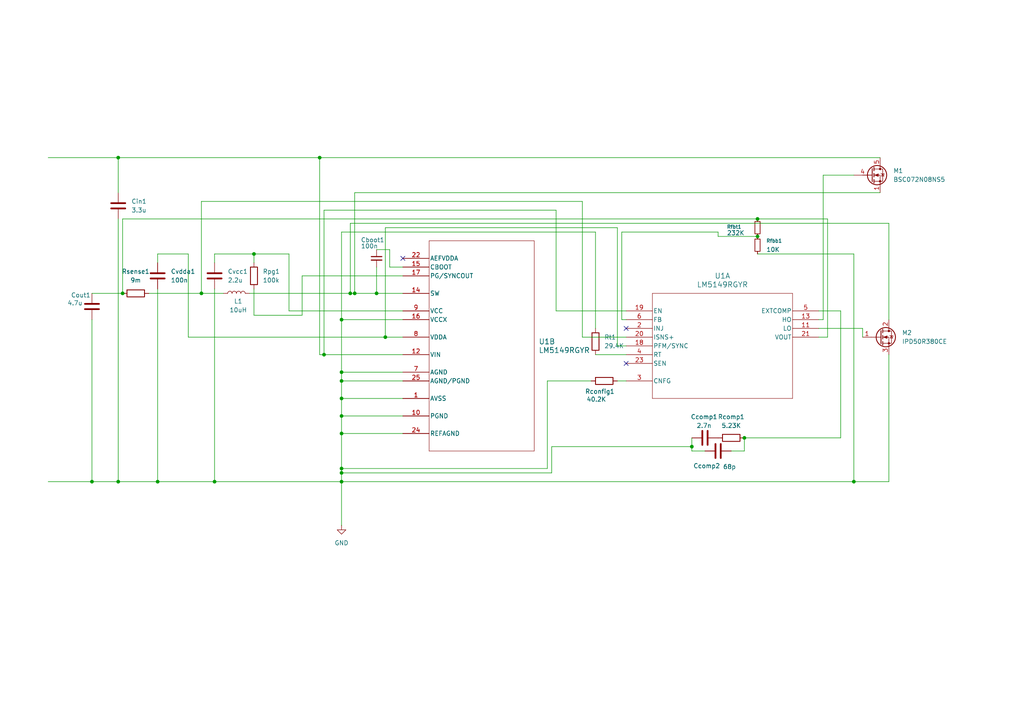
<source format=kicad_sch>
(kicad_sch
	(version 20250114)
	(generator "eeschema")
	(generator_version "9.0")
	(uuid "864e9f97-059c-4944-9822-b992e0ac428f")
	(paper "A4")
	(lib_symbols
		(symbol "Device:C"
			(pin_numbers
				(hide yes)
			)
			(pin_names
				(offset 0.254)
			)
			(exclude_from_sim no)
			(in_bom yes)
			(on_board yes)
			(property "Reference" "C"
				(at 0.635 2.54 0)
				(effects
					(font
						(size 1.27 1.27)
					)
					(justify left)
				)
			)
			(property "Value" "C"
				(at 0.635 -2.54 0)
				(effects
					(font
						(size 1.27 1.27)
					)
					(justify left)
				)
			)
			(property "Footprint" ""
				(at 0.9652 -3.81 0)
				(effects
					(font
						(size 1.27 1.27)
					)
					(hide yes)
				)
			)
			(property "Datasheet" "~"
				(at 0 0 0)
				(effects
					(font
						(size 1.27 1.27)
					)
					(hide yes)
				)
			)
			(property "Description" "Unpolarized capacitor"
				(at 0 0 0)
				(effects
					(font
						(size 1.27 1.27)
					)
					(hide yes)
				)
			)
			(property "ki_keywords" "cap capacitor"
				(at 0 0 0)
				(effects
					(font
						(size 1.27 1.27)
					)
					(hide yes)
				)
			)
			(property "ki_fp_filters" "C_*"
				(at 0 0 0)
				(effects
					(font
						(size 1.27 1.27)
					)
					(hide yes)
				)
			)
			(symbol "C_0_1"
				(polyline
					(pts
						(xy -2.032 0.762) (xy 2.032 0.762)
					)
					(stroke
						(width 0.508)
						(type default)
					)
					(fill
						(type none)
					)
				)
				(polyline
					(pts
						(xy -2.032 -0.762) (xy 2.032 -0.762)
					)
					(stroke
						(width 0.508)
						(type default)
					)
					(fill
						(type none)
					)
				)
			)
			(symbol "C_1_1"
				(pin passive line
					(at 0 3.81 270)
					(length 2.794)
					(name "~"
						(effects
							(font
								(size 1.27 1.27)
							)
						)
					)
					(number "1"
						(effects
							(font
								(size 1.27 1.27)
							)
						)
					)
				)
				(pin passive line
					(at 0 -3.81 90)
					(length 2.794)
					(name "~"
						(effects
							(font
								(size 1.27 1.27)
							)
						)
					)
					(number "2"
						(effects
							(font
								(size 1.27 1.27)
							)
						)
					)
				)
			)
			(embedded_fonts no)
		)
		(symbol "Device:C_Small"
			(pin_numbers
				(hide yes)
			)
			(pin_names
				(offset 0.254)
				(hide yes)
			)
			(exclude_from_sim no)
			(in_bom yes)
			(on_board yes)
			(property "Reference" "C"
				(at 0.254 1.778 0)
				(effects
					(font
						(size 1.27 1.27)
					)
					(justify left)
				)
			)
			(property "Value" "C_Small"
				(at 0.254 -2.032 0)
				(effects
					(font
						(size 1.27 1.27)
					)
					(justify left)
				)
			)
			(property "Footprint" ""
				(at 0 0 0)
				(effects
					(font
						(size 1.27 1.27)
					)
					(hide yes)
				)
			)
			(property "Datasheet" "~"
				(at 0 0 0)
				(effects
					(font
						(size 1.27 1.27)
					)
					(hide yes)
				)
			)
			(property "Description" "Unpolarized capacitor, small symbol"
				(at 0 0 0)
				(effects
					(font
						(size 1.27 1.27)
					)
					(hide yes)
				)
			)
			(property "ki_keywords" "capacitor cap"
				(at 0 0 0)
				(effects
					(font
						(size 1.27 1.27)
					)
					(hide yes)
				)
			)
			(property "ki_fp_filters" "C_*"
				(at 0 0 0)
				(effects
					(font
						(size 1.27 1.27)
					)
					(hide yes)
				)
			)
			(symbol "C_Small_0_1"
				(polyline
					(pts
						(xy -1.524 0.508) (xy 1.524 0.508)
					)
					(stroke
						(width 0.3048)
						(type default)
					)
					(fill
						(type none)
					)
				)
				(polyline
					(pts
						(xy -1.524 -0.508) (xy 1.524 -0.508)
					)
					(stroke
						(width 0.3302)
						(type default)
					)
					(fill
						(type none)
					)
				)
			)
			(symbol "C_Small_1_1"
				(pin passive line
					(at 0 2.54 270)
					(length 2.032)
					(name "~"
						(effects
							(font
								(size 1.27 1.27)
							)
						)
					)
					(number "1"
						(effects
							(font
								(size 1.27 1.27)
							)
						)
					)
				)
				(pin passive line
					(at 0 -2.54 90)
					(length 2.032)
					(name "~"
						(effects
							(font
								(size 1.27 1.27)
							)
						)
					)
					(number "2"
						(effects
							(font
								(size 1.27 1.27)
							)
						)
					)
				)
			)
			(embedded_fonts no)
		)
		(symbol "Device:L"
			(pin_numbers
				(hide yes)
			)
			(pin_names
				(offset 1.016)
				(hide yes)
			)
			(exclude_from_sim no)
			(in_bom yes)
			(on_board yes)
			(property "Reference" "L"
				(at -1.27 0 90)
				(effects
					(font
						(size 1.27 1.27)
					)
				)
			)
			(property "Value" "L"
				(at 1.905 0 90)
				(effects
					(font
						(size 1.27 1.27)
					)
				)
			)
			(property "Footprint" ""
				(at 0 0 0)
				(effects
					(font
						(size 1.27 1.27)
					)
					(hide yes)
				)
			)
			(property "Datasheet" "~"
				(at 0 0 0)
				(effects
					(font
						(size 1.27 1.27)
					)
					(hide yes)
				)
			)
			(property "Description" "Inductor"
				(at 0 0 0)
				(effects
					(font
						(size 1.27 1.27)
					)
					(hide yes)
				)
			)
			(property "ki_keywords" "inductor choke coil reactor magnetic"
				(at 0 0 0)
				(effects
					(font
						(size 1.27 1.27)
					)
					(hide yes)
				)
			)
			(property "ki_fp_filters" "Choke_* *Coil* Inductor_* L_*"
				(at 0 0 0)
				(effects
					(font
						(size 1.27 1.27)
					)
					(hide yes)
				)
			)
			(symbol "L_0_1"
				(arc
					(start 0 2.54)
					(mid 0.6323 1.905)
					(end 0 1.27)
					(stroke
						(width 0)
						(type default)
					)
					(fill
						(type none)
					)
				)
				(arc
					(start 0 1.27)
					(mid 0.6323 0.635)
					(end 0 0)
					(stroke
						(width 0)
						(type default)
					)
					(fill
						(type none)
					)
				)
				(arc
					(start 0 0)
					(mid 0.6323 -0.635)
					(end 0 -1.27)
					(stroke
						(width 0)
						(type default)
					)
					(fill
						(type none)
					)
				)
				(arc
					(start 0 -1.27)
					(mid 0.6323 -1.905)
					(end 0 -2.54)
					(stroke
						(width 0)
						(type default)
					)
					(fill
						(type none)
					)
				)
			)
			(symbol "L_1_1"
				(pin passive line
					(at 0 3.81 270)
					(length 1.27)
					(name "1"
						(effects
							(font
								(size 1.27 1.27)
							)
						)
					)
					(number "1"
						(effects
							(font
								(size 1.27 1.27)
							)
						)
					)
				)
				(pin passive line
					(at 0 -3.81 90)
					(length 1.27)
					(name "2"
						(effects
							(font
								(size 1.27 1.27)
							)
						)
					)
					(number "2"
						(effects
							(font
								(size 1.27 1.27)
							)
						)
					)
				)
			)
			(embedded_fonts no)
		)
		(symbol "Device:R"
			(pin_numbers
				(hide yes)
			)
			(pin_names
				(offset 0)
			)
			(exclude_from_sim no)
			(in_bom yes)
			(on_board yes)
			(property "Reference" "R"
				(at 2.032 0 90)
				(effects
					(font
						(size 1.27 1.27)
					)
				)
			)
			(property "Value" "R"
				(at 0 0 90)
				(effects
					(font
						(size 1.27 1.27)
					)
				)
			)
			(property "Footprint" ""
				(at -1.778 0 90)
				(effects
					(font
						(size 1.27 1.27)
					)
					(hide yes)
				)
			)
			(property "Datasheet" "~"
				(at 0 0 0)
				(effects
					(font
						(size 1.27 1.27)
					)
					(hide yes)
				)
			)
			(property "Description" "Resistor"
				(at 0 0 0)
				(effects
					(font
						(size 1.27 1.27)
					)
					(hide yes)
				)
			)
			(property "ki_keywords" "R res resistor"
				(at 0 0 0)
				(effects
					(font
						(size 1.27 1.27)
					)
					(hide yes)
				)
			)
			(property "ki_fp_filters" "R_*"
				(at 0 0 0)
				(effects
					(font
						(size 1.27 1.27)
					)
					(hide yes)
				)
			)
			(symbol "R_0_1"
				(rectangle
					(start -1.016 -2.54)
					(end 1.016 2.54)
					(stroke
						(width 0.254)
						(type default)
					)
					(fill
						(type none)
					)
				)
			)
			(symbol "R_1_1"
				(pin passive line
					(at 0 3.81 270)
					(length 1.27)
					(name "~"
						(effects
							(font
								(size 1.27 1.27)
							)
						)
					)
					(number "1"
						(effects
							(font
								(size 1.27 1.27)
							)
						)
					)
				)
				(pin passive line
					(at 0 -3.81 90)
					(length 1.27)
					(name "~"
						(effects
							(font
								(size 1.27 1.27)
							)
						)
					)
					(number "2"
						(effects
							(font
								(size 1.27 1.27)
							)
						)
					)
				)
			)
			(embedded_fonts no)
		)
		(symbol "Device:R_Small"
			(pin_numbers
				(hide yes)
			)
			(pin_names
				(offset 0.254)
				(hide yes)
			)
			(exclude_from_sim no)
			(in_bom yes)
			(on_board yes)
			(property "Reference" "R"
				(at 0 0 90)
				(effects
					(font
						(size 1.016 1.016)
					)
				)
			)
			(property "Value" "R_Small"
				(at 1.778 0 90)
				(effects
					(font
						(size 1.27 1.27)
					)
				)
			)
			(property "Footprint" ""
				(at 0 0 0)
				(effects
					(font
						(size 1.27 1.27)
					)
					(hide yes)
				)
			)
			(property "Datasheet" "~"
				(at 0 0 0)
				(effects
					(font
						(size 1.27 1.27)
					)
					(hide yes)
				)
			)
			(property "Description" "Resistor, small symbol"
				(at 0 0 0)
				(effects
					(font
						(size 1.27 1.27)
					)
					(hide yes)
				)
			)
			(property "ki_keywords" "R resistor"
				(at 0 0 0)
				(effects
					(font
						(size 1.27 1.27)
					)
					(hide yes)
				)
			)
			(property "ki_fp_filters" "R_*"
				(at 0 0 0)
				(effects
					(font
						(size 1.27 1.27)
					)
					(hide yes)
				)
			)
			(symbol "R_Small_0_1"
				(rectangle
					(start -0.762 1.778)
					(end 0.762 -1.778)
					(stroke
						(width 0.2032)
						(type default)
					)
					(fill
						(type none)
					)
				)
			)
			(symbol "R_Small_1_1"
				(pin passive line
					(at 0 2.54 270)
					(length 0.762)
					(name "~"
						(effects
							(font
								(size 1.27 1.27)
							)
						)
					)
					(number "1"
						(effects
							(font
								(size 1.27 1.27)
							)
						)
					)
				)
				(pin passive line
					(at 0 -2.54 90)
					(length 0.762)
					(name "~"
						(effects
							(font
								(size 1.27 1.27)
							)
						)
					)
					(number "2"
						(effects
							(font
								(size 1.27 1.27)
							)
						)
					)
				)
			)
			(embedded_fonts no)
		)
		(symbol "LM5149:LM5149RGYR"
			(pin_names
				(offset 0.254)
			)
			(exclude_from_sim no)
			(in_bom yes)
			(on_board yes)
			(property "Reference" "U"
				(at 27.94 10.16 0)
				(effects
					(font
						(size 1.524 1.524)
					)
				)
			)
			(property "Value" "LM5149RGYR"
				(at 27.94 7.62 0)
				(effects
					(font
						(size 1.524 1.524)
					)
				)
			)
			(property "Footprint" "VQFN24_RGY_TEX"
				(at 0 0 0)
				(effects
					(font
						(size 1.27 1.27)
						(italic yes)
					)
					(hide yes)
				)
			)
			(property "Datasheet" "https://www.ti.com/lit/gpn/lm5149"
				(at 0 0 0)
				(effects
					(font
						(size 1.27 1.27)
						(italic yes)
					)
					(hide yes)
				)
			)
			(property "Description" ""
				(at 0 0 0)
				(effects
					(font
						(size 1.27 1.27)
					)
					(hide yes)
				)
			)
			(property "ki_locked" ""
				(at 0 0 0)
				(effects
					(font
						(size 1.27 1.27)
					)
				)
			)
			(property "ki_keywords" "LM5149RGYR"
				(at 0 0 0)
				(effects
					(font
						(size 1.27 1.27)
					)
					(hide yes)
				)
			)
			(property "ki_fp_filters" "VQFN24_RGY_TEX VQFN24_RGY_TEX-M VQFN24_RGY_TEX-L"
				(at 0 0 0)
				(effects
					(font
						(size 1.27 1.27)
					)
					(hide yes)
				)
			)
			(symbol "LM5149RGYR_1_1"
				(polyline
					(pts
						(xy 7.62 5.08) (xy 7.62 -25.4)
					)
					(stroke
						(width 0.127)
						(type default)
					)
					(fill
						(type none)
					)
				)
				(polyline
					(pts
						(xy 7.62 -25.4) (xy 48.26 -25.4)
					)
					(stroke
						(width 0.127)
						(type default)
					)
					(fill
						(type none)
					)
				)
				(polyline
					(pts
						(xy 48.26 5.08) (xy 7.62 5.08)
					)
					(stroke
						(width 0.127)
						(type default)
					)
					(fill
						(type none)
					)
				)
				(polyline
					(pts
						(xy 48.26 -25.4) (xy 48.26 5.08)
					)
					(stroke
						(width 0.127)
						(type default)
					)
					(fill
						(type none)
					)
				)
				(pin input line
					(at 0 0 0)
					(length 7.62)
					(name "EN"
						(effects
							(font
								(size 1.27 1.27)
							)
						)
					)
					(number "19"
						(effects
							(font
								(size 1.27 1.27)
							)
						)
					)
				)
				(pin input line
					(at 0 -2.54 0)
					(length 7.62)
					(name "FB"
						(effects
							(font
								(size 1.27 1.27)
							)
						)
					)
					(number "6"
						(effects
							(font
								(size 1.27 1.27)
							)
						)
					)
				)
				(pin output line
					(at 0 -5.08 0)
					(length 7.62)
					(name "INJ"
						(effects
							(font
								(size 1.27 1.27)
							)
						)
					)
					(number "2"
						(effects
							(font
								(size 1.27 1.27)
							)
						)
					)
				)
				(pin input line
					(at 0 -7.62 0)
					(length 7.62)
					(name "ISNS+"
						(effects
							(font
								(size 1.27 1.27)
							)
						)
					)
					(number "20"
						(effects
							(font
								(size 1.27 1.27)
							)
						)
					)
				)
				(pin input line
					(at 0 -10.16 0)
					(length 7.62)
					(name "PFM/SYNC"
						(effects
							(font
								(size 1.27 1.27)
							)
						)
					)
					(number "18"
						(effects
							(font
								(size 1.27 1.27)
							)
						)
					)
				)
				(pin input line
					(at 0 -12.7 0)
					(length 7.62)
					(name "RT"
						(effects
							(font
								(size 1.27 1.27)
							)
						)
					)
					(number "4"
						(effects
							(font
								(size 1.27 1.27)
							)
						)
					)
				)
				(pin input line
					(at 0 -15.24 0)
					(length 7.62)
					(name "SEN"
						(effects
							(font
								(size 1.27 1.27)
							)
						)
					)
					(number "23"
						(effects
							(font
								(size 1.27 1.27)
							)
						)
					)
				)
				(pin unspecified line
					(at 0 -20.32 0)
					(length 7.62)
					(name "CNFG"
						(effects
							(font
								(size 1.27 1.27)
							)
						)
					)
					(number "3"
						(effects
							(font
								(size 1.27 1.27)
							)
						)
					)
				)
				(pin output line
					(at 55.88 0 180)
					(length 7.62)
					(name "EXTCOMP"
						(effects
							(font
								(size 1.27 1.27)
							)
						)
					)
					(number "5"
						(effects
							(font
								(size 1.27 1.27)
							)
						)
					)
				)
				(pin output line
					(at 55.88 -2.54 180)
					(length 7.62)
					(name "HO"
						(effects
							(font
								(size 1.27 1.27)
							)
						)
					)
					(number "13"
						(effects
							(font
								(size 1.27 1.27)
							)
						)
					)
				)
				(pin output line
					(at 55.88 -5.08 180)
					(length 7.62)
					(name "LO"
						(effects
							(font
								(size 1.27 1.27)
							)
						)
					)
					(number "11"
						(effects
							(font
								(size 1.27 1.27)
							)
						)
					)
				)
				(pin input line
					(at 55.88 -7.62 180)
					(length 7.62)
					(name "VOUT"
						(effects
							(font
								(size 1.27 1.27)
							)
						)
					)
					(number "21"
						(effects
							(font
								(size 1.27 1.27)
							)
						)
					)
				)
			)
			(symbol "LM5149RGYR_2_1"
				(polyline
					(pts
						(xy 7.62 5.08) (xy 7.62 -55.88)
					)
					(stroke
						(width 0.127)
						(type default)
					)
					(fill
						(type none)
					)
				)
				(polyline
					(pts
						(xy 7.62 -55.88) (xy 38.1 -55.88)
					)
					(stroke
						(width 0.127)
						(type default)
					)
					(fill
						(type none)
					)
				)
				(polyline
					(pts
						(xy 38.1 5.08) (xy 7.62 5.08)
					)
					(stroke
						(width 0.127)
						(type default)
					)
					(fill
						(type none)
					)
				)
				(polyline
					(pts
						(xy 38.1 -55.88) (xy 38.1 5.08)
					)
					(stroke
						(width 0.127)
						(type default)
					)
					(fill
						(type none)
					)
				)
				(pin power_in line
					(at 0 0 0)
					(length 7.62)
					(name "AEFVDDA"
						(effects
							(font
								(size 1.27 1.27)
							)
						)
					)
					(number "22"
						(effects
							(font
								(size 1.27 1.27)
							)
						)
					)
				)
				(pin power_in line
					(at 0 -2.54 0)
					(length 7.62)
					(name "CBOOT"
						(effects
							(font
								(size 1.27 1.27)
							)
						)
					)
					(number "15"
						(effects
							(font
								(size 1.27 1.27)
							)
						)
					)
				)
				(pin power_in line
					(at 0 -5.08 0)
					(length 7.62)
					(name "PG/SYNCOUT"
						(effects
							(font
								(size 1.27 1.27)
							)
						)
					)
					(number "17"
						(effects
							(font
								(size 1.27 1.27)
							)
						)
					)
				)
				(pin power_in line
					(at 0 -10.16 0)
					(length 7.62)
					(name "SW"
						(effects
							(font
								(size 1.27 1.27)
							)
						)
					)
					(number "14"
						(effects
							(font
								(size 1.27 1.27)
							)
						)
					)
				)
				(pin power_in line
					(at 0 -15.24 0)
					(length 7.62)
					(name "VCC"
						(effects
							(font
								(size 1.27 1.27)
							)
						)
					)
					(number "9"
						(effects
							(font
								(size 1.27 1.27)
							)
						)
					)
				)
				(pin power_in line
					(at 0 -17.78 0)
					(length 7.62)
					(name "VCCX"
						(effects
							(font
								(size 1.27 1.27)
							)
						)
					)
					(number "16"
						(effects
							(font
								(size 1.27 1.27)
							)
						)
					)
				)
				(pin output line
					(at 0 -22.86 0)
					(length 7.62)
					(name "VDDA"
						(effects
							(font
								(size 1.27 1.27)
							)
						)
					)
					(number "8"
						(effects
							(font
								(size 1.27 1.27)
							)
						)
					)
				)
				(pin power_in line
					(at 0 -27.94 0)
					(length 7.62)
					(name "VIN"
						(effects
							(font
								(size 1.27 1.27)
							)
						)
					)
					(number "12"
						(effects
							(font
								(size 1.27 1.27)
							)
						)
					)
				)
				(pin power_out line
					(at 0 -33.02 0)
					(length 7.62)
					(name "AGND"
						(effects
							(font
								(size 1.27 1.27)
							)
						)
					)
					(number "7"
						(effects
							(font
								(size 1.27 1.27)
							)
						)
					)
				)
				(pin power_out line
					(at 0 -35.56 0)
					(length 7.62)
					(name "AGND/PGND"
						(effects
							(font
								(size 1.27 1.27)
							)
						)
					)
					(number "25"
						(effects
							(font
								(size 1.27 1.27)
							)
						)
					)
				)
				(pin power_out line
					(at 0 -40.64 0)
					(length 7.62)
					(name "AVSS"
						(effects
							(font
								(size 1.27 1.27)
							)
						)
					)
					(number "1"
						(effects
							(font
								(size 1.27 1.27)
							)
						)
					)
				)
				(pin power_out line
					(at 0 -45.72 0)
					(length 7.62)
					(name "PGND"
						(effects
							(font
								(size 1.27 1.27)
							)
						)
					)
					(number "10"
						(effects
							(font
								(size 1.27 1.27)
							)
						)
					)
				)
				(pin power_out line
					(at 0 -50.8 0)
					(length 7.62)
					(name "REFAGND"
						(effects
							(font
								(size 1.27 1.27)
							)
						)
					)
					(number "24"
						(effects
							(font
								(size 1.27 1.27)
							)
						)
					)
				)
			)
			(embedded_fonts no)
		)
		(symbol "Transistor_FET:BSC072N08NS5"
			(pin_names
				(offset 0)
				(hide yes)
			)
			(exclude_from_sim no)
			(in_bom yes)
			(on_board yes)
			(property "Reference" "Q"
				(at 5.08 1.905 0)
				(effects
					(font
						(size 1.27 1.27)
					)
					(justify left)
				)
			)
			(property "Value" "BSC072N08NS5"
				(at 5.08 0 0)
				(effects
					(font
						(size 1.27 1.27)
					)
					(justify left)
				)
			)
			(property "Footprint" "Package_TO_SOT_SMD:TDSON-8-1"
				(at 5.08 -1.905 0)
				(effects
					(font
						(size 1.27 1.27)
						(italic yes)
					)
					(justify left)
					(hide yes)
				)
			)
			(property "Datasheet" "http://www.infineon.com/dgdl/Infineon-BSC072N08NS5-DS-v02_00-EN.pdf?fileId=5546d4624ad04ef9014ae3d8e8192c7c"
				(at 5.08 -3.81 0)
				(effects
					(font
						(size 1.27 1.27)
					)
					(justify left)
					(hide yes)
				)
			)
			(property "Description" "74A Id, 80V Vds, OptiMOS N-Channel Power MOSFET, 7.2mOhm Ron, Qg (typ) 24.0nC, PG-TDSON-8"
				(at 0 0 0)
				(effects
					(font
						(size 1.27 1.27)
					)
					(hide yes)
				)
			)
			(property "ki_keywords" "OptiMOS Power MOSFET N-MOS"
				(at 0 0 0)
				(effects
					(font
						(size 1.27 1.27)
					)
					(hide yes)
				)
			)
			(property "ki_fp_filters" "TDSON*"
				(at 0 0 0)
				(effects
					(font
						(size 1.27 1.27)
					)
					(hide yes)
				)
			)
			(symbol "BSC072N08NS5_0_1"
				(polyline
					(pts
						(xy 0.254 1.905) (xy 0.254 -1.905)
					)
					(stroke
						(width 0.254)
						(type default)
					)
					(fill
						(type none)
					)
				)
				(polyline
					(pts
						(xy 0.254 0) (xy -2.54 0)
					)
					(stroke
						(width 0)
						(type default)
					)
					(fill
						(type none)
					)
				)
				(polyline
					(pts
						(xy 0.762 2.286) (xy 0.762 1.27)
					)
					(stroke
						(width 0.254)
						(type default)
					)
					(fill
						(type none)
					)
				)
				(polyline
					(pts
						(xy 0.762 0.508) (xy 0.762 -0.508)
					)
					(stroke
						(width 0.254)
						(type default)
					)
					(fill
						(type none)
					)
				)
				(polyline
					(pts
						(xy 0.762 -1.27) (xy 0.762 -2.286)
					)
					(stroke
						(width 0.254)
						(type default)
					)
					(fill
						(type none)
					)
				)
				(polyline
					(pts
						(xy 0.762 -1.778) (xy 3.302 -1.778) (xy 3.302 1.778) (xy 0.762 1.778)
					)
					(stroke
						(width 0)
						(type default)
					)
					(fill
						(type none)
					)
				)
				(polyline
					(pts
						(xy 1.016 0) (xy 2.032 0.381) (xy 2.032 -0.381) (xy 1.016 0)
					)
					(stroke
						(width 0)
						(type default)
					)
					(fill
						(type outline)
					)
				)
				(circle
					(center 1.651 0)
					(radius 2.794)
					(stroke
						(width 0.254)
						(type default)
					)
					(fill
						(type none)
					)
				)
				(polyline
					(pts
						(xy 2.54 2.54) (xy 2.54 1.778)
					)
					(stroke
						(width 0)
						(type default)
					)
					(fill
						(type none)
					)
				)
				(circle
					(center 2.54 1.778)
					(radius 0.254)
					(stroke
						(width 0)
						(type default)
					)
					(fill
						(type outline)
					)
				)
				(circle
					(center 2.54 -1.778)
					(radius 0.254)
					(stroke
						(width 0)
						(type default)
					)
					(fill
						(type outline)
					)
				)
				(polyline
					(pts
						(xy 2.54 -2.54) (xy 2.54 0) (xy 0.762 0)
					)
					(stroke
						(width 0)
						(type default)
					)
					(fill
						(type none)
					)
				)
				(polyline
					(pts
						(xy 2.794 0.508) (xy 2.921 0.381) (xy 3.683 0.381) (xy 3.81 0.254)
					)
					(stroke
						(width 0)
						(type default)
					)
					(fill
						(type none)
					)
				)
				(polyline
					(pts
						(xy 3.302 0.381) (xy 2.921 -0.254) (xy 3.683 -0.254) (xy 3.302 0.381)
					)
					(stroke
						(width 0)
						(type default)
					)
					(fill
						(type none)
					)
				)
			)
			(symbol "BSC072N08NS5_1_1"
				(pin input line
					(at -5.08 0 0)
					(length 5.08)
					(name "G"
						(effects
							(font
								(size 1.27 1.27)
							)
						)
					)
					(number "4"
						(effects
							(font
								(size 1.27 1.27)
							)
						)
					)
				)
				(pin passive line
					(at 2.54 5.08 270)
					(length 2.54)
					(name "D"
						(effects
							(font
								(size 1.27 1.27)
							)
						)
					)
					(number "5"
						(effects
							(font
								(size 1.27 1.27)
							)
						)
					)
				)
				(pin passive line
					(at 2.54 -5.08 90)
					(length 2.54)
					(name "S"
						(effects
							(font
								(size 1.27 1.27)
							)
						)
					)
					(number "1"
						(effects
							(font
								(size 1.27 1.27)
							)
						)
					)
				)
				(pin passive line
					(at 2.54 -5.08 90)
					(length 2.54)
					(hide yes)
					(name "S"
						(effects
							(font
								(size 1.27 1.27)
							)
						)
					)
					(number "2"
						(effects
							(font
								(size 1.27 1.27)
							)
						)
					)
				)
				(pin passive line
					(at 2.54 -5.08 90)
					(length 2.54)
					(hide yes)
					(name "S"
						(effects
							(font
								(size 1.27 1.27)
							)
						)
					)
					(number "3"
						(effects
							(font
								(size 1.27 1.27)
							)
						)
					)
				)
			)
			(embedded_fonts no)
		)
		(symbol "Transistor_FET:IPD50R380CE"
			(pin_names
				(hide yes)
			)
			(exclude_from_sim no)
			(in_bom yes)
			(on_board yes)
			(property "Reference" "Q"
				(at 5.08 1.905 0)
				(effects
					(font
						(size 1.27 1.27)
					)
					(justify left)
				)
			)
			(property "Value" "IPD50R380CE"
				(at 5.08 0 0)
				(effects
					(font
						(size 1.27 1.27)
					)
					(justify left)
				)
			)
			(property "Footprint" "Package_TO_SOT_SMD:TO-252-2"
				(at 5.08 -1.905 0)
				(effects
					(font
						(size 1.27 1.27)
						(italic yes)
					)
					(justify left)
					(hide yes)
				)
			)
			(property "Datasheet" "https://www.infineon.com/dgdl/Infineon-IPD50R380CE-DS-v02_01-en.pdf?fileId=db3a30433ecb86d4013ed0a2ef580f38"
				(at 5.08 -3.81 0)
				(effects
					(font
						(size 1.27 1.27)
					)
					(justify left)
					(hide yes)
				)
			)
			(property "Description" "14.1A Id, 500V Vds, CoolMOS N-Channel Power MOSFET, 380mOhm Ron, 24.8nC Qg (typ), TO-252-2"
				(at 0 0 0)
				(effects
					(font
						(size 1.27 1.27)
					)
					(hide yes)
				)
			)
			(property "ki_keywords" "CoolMOS Power MOSFET N-MOS"
				(at 0 0 0)
				(effects
					(font
						(size 1.27 1.27)
					)
					(hide yes)
				)
			)
			(property "ki_fp_filters" "TO?252*"
				(at 0 0 0)
				(effects
					(font
						(size 1.27 1.27)
					)
					(hide yes)
				)
			)
			(symbol "IPD50R380CE_0_1"
				(polyline
					(pts
						(xy 0.254 1.905) (xy 0.254 -1.905)
					)
					(stroke
						(width 0.254)
						(type default)
					)
					(fill
						(type none)
					)
				)
				(polyline
					(pts
						(xy 0.254 0) (xy -2.54 0)
					)
					(stroke
						(width 0)
						(type default)
					)
					(fill
						(type none)
					)
				)
				(polyline
					(pts
						(xy 0.762 2.286) (xy 0.762 1.27)
					)
					(stroke
						(width 0.254)
						(type default)
					)
					(fill
						(type none)
					)
				)
				(polyline
					(pts
						(xy 0.762 0.508) (xy 0.762 -0.508)
					)
					(stroke
						(width 0.254)
						(type default)
					)
					(fill
						(type none)
					)
				)
				(polyline
					(pts
						(xy 0.762 -1.27) (xy 0.762 -2.286)
					)
					(stroke
						(width 0.254)
						(type default)
					)
					(fill
						(type none)
					)
				)
				(polyline
					(pts
						(xy 0.762 -1.778) (xy 3.302 -1.778) (xy 3.302 1.778) (xy 0.762 1.778)
					)
					(stroke
						(width 0)
						(type default)
					)
					(fill
						(type none)
					)
				)
				(polyline
					(pts
						(xy 1.016 0) (xy 2.032 0.381) (xy 2.032 -0.381) (xy 1.016 0)
					)
					(stroke
						(width 0)
						(type default)
					)
					(fill
						(type outline)
					)
				)
				(circle
					(center 1.651 0)
					(radius 2.794)
					(stroke
						(width 0.254)
						(type default)
					)
					(fill
						(type none)
					)
				)
				(polyline
					(pts
						(xy 2.54 2.54) (xy 2.54 1.778)
					)
					(stroke
						(width 0)
						(type default)
					)
					(fill
						(type none)
					)
				)
				(circle
					(center 2.54 1.778)
					(radius 0.254)
					(stroke
						(width 0)
						(type default)
					)
					(fill
						(type outline)
					)
				)
				(circle
					(center 2.54 -1.778)
					(radius 0.254)
					(stroke
						(width 0)
						(type default)
					)
					(fill
						(type outline)
					)
				)
				(polyline
					(pts
						(xy 2.54 -2.54) (xy 2.54 0) (xy 0.762 0)
					)
					(stroke
						(width 0)
						(type default)
					)
					(fill
						(type none)
					)
				)
				(polyline
					(pts
						(xy 2.794 0.508) (xy 2.921 0.381) (xy 3.683 0.381) (xy 3.81 0.254)
					)
					(stroke
						(width 0)
						(type default)
					)
					(fill
						(type none)
					)
				)
				(polyline
					(pts
						(xy 3.302 0.381) (xy 2.921 -0.254) (xy 3.683 -0.254) (xy 3.302 0.381)
					)
					(stroke
						(width 0)
						(type default)
					)
					(fill
						(type none)
					)
				)
			)
			(symbol "IPD50R380CE_1_1"
				(pin input line
					(at -5.08 0 0)
					(length 2.54)
					(name "G"
						(effects
							(font
								(size 1.27 1.27)
							)
						)
					)
					(number "1"
						(effects
							(font
								(size 1.27 1.27)
							)
						)
					)
				)
				(pin passive line
					(at 2.54 5.08 270)
					(length 2.54)
					(name "D"
						(effects
							(font
								(size 1.27 1.27)
							)
						)
					)
					(number "2"
						(effects
							(font
								(size 1.27 1.27)
							)
						)
					)
				)
				(pin passive line
					(at 2.54 -5.08 90)
					(length 2.54)
					(name "S"
						(effects
							(font
								(size 1.27 1.27)
							)
						)
					)
					(number "3"
						(effects
							(font
								(size 1.27 1.27)
							)
						)
					)
				)
			)
			(embedded_fonts no)
		)
		(symbol "power:GND"
			(power)
			(pin_numbers
				(hide yes)
			)
			(pin_names
				(offset 0)
				(hide yes)
			)
			(exclude_from_sim no)
			(in_bom yes)
			(on_board yes)
			(property "Reference" "#PWR"
				(at 0 -6.35 0)
				(effects
					(font
						(size 1.27 1.27)
					)
					(hide yes)
				)
			)
			(property "Value" "GND"
				(at 0 -3.81 0)
				(effects
					(font
						(size 1.27 1.27)
					)
				)
			)
			(property "Footprint" ""
				(at 0 0 0)
				(effects
					(font
						(size 1.27 1.27)
					)
					(hide yes)
				)
			)
			(property "Datasheet" ""
				(at 0 0 0)
				(effects
					(font
						(size 1.27 1.27)
					)
					(hide yes)
				)
			)
			(property "Description" "Power symbol creates a global label with name \"GND\" , ground"
				(at 0 0 0)
				(effects
					(font
						(size 1.27 1.27)
					)
					(hide yes)
				)
			)
			(property "ki_keywords" "global power"
				(at 0 0 0)
				(effects
					(font
						(size 1.27 1.27)
					)
					(hide yes)
				)
			)
			(symbol "GND_0_1"
				(polyline
					(pts
						(xy 0 0) (xy 0 -1.27) (xy 1.27 -1.27) (xy 0 -2.54) (xy -1.27 -1.27) (xy 0 -1.27)
					)
					(stroke
						(width 0)
						(type default)
					)
					(fill
						(type none)
					)
				)
			)
			(symbol "GND_1_1"
				(pin power_in line
					(at 0 0 270)
					(length 0)
					(name "~"
						(effects
							(font
								(size 1.27 1.27)
							)
						)
					)
					(number "1"
						(effects
							(font
								(size 1.27 1.27)
							)
						)
					)
				)
			)
			(embedded_fonts no)
		)
	)
	(junction
		(at 99.06 125.73)
		(diameter 0)
		(color 0 0 0 0)
		(uuid "0532919e-0972-4215-8ba1-37ffaa5f87a9")
	)
	(junction
		(at 101.6 85.09)
		(diameter 0)
		(color 0 0 0 0)
		(uuid "0d9de051-be72-4dc0-902f-6e834a73264a")
	)
	(junction
		(at 93.98 102.87)
		(diameter 0)
		(color 0 0 0 0)
		(uuid "23431dbb-ac33-486a-b96e-a3309315832d")
	)
	(junction
		(at 99.06 92.71)
		(diameter 0)
		(color 0 0 0 0)
		(uuid "23d2fc32-8252-4f9f-a4b5-200f11e66825")
	)
	(junction
		(at 215.9 127)
		(diameter 0)
		(color 0 0 0 0)
		(uuid "295729d1-222c-453f-858b-d6ae8c1e7f45")
	)
	(junction
		(at 99.06 120.65)
		(diameter 0)
		(color 0 0 0 0)
		(uuid "3ae88502-1254-4a6a-b1be-cd77e43e530f")
	)
	(junction
		(at 99.06 110.49)
		(diameter 0)
		(color 0 0 0 0)
		(uuid "3f2ce62d-96df-4e90-a30f-97f4dd7f4793")
	)
	(junction
		(at 99.06 135.89)
		(diameter 0)
		(color 0 0 0 0)
		(uuid "3f991a3d-aa4e-418b-b59f-da3162cba136")
	)
	(junction
		(at 247.65 139.7)
		(diameter 0)
		(color 0 0 0 0)
		(uuid "49a4c8e1-e760-44ab-8d15-8ee497fcc6c0")
	)
	(junction
		(at 102.87 85.09)
		(diameter 0)
		(color 0 0 0 0)
		(uuid "63f82e72-8de6-43d4-b3b3-74093040538c")
	)
	(junction
		(at 111.76 97.79)
		(diameter 0)
		(color 0 0 0 0)
		(uuid "796e268f-02b1-4758-b864-f69709086e91")
	)
	(junction
		(at 219.71 63.5)
		(diameter 0)
		(color 0 0 0 0)
		(uuid "801eedf8-556e-4b3e-b5e3-feefdad36b4b")
	)
	(junction
		(at 62.23 139.7)
		(diameter 0)
		(color 0 0 0 0)
		(uuid "85d030d0-40a2-4d84-90eb-9d4bca04ff65")
	)
	(junction
		(at 200.66 129.54)
		(diameter 0)
		(color 0 0 0 0)
		(uuid "8707f33e-f125-4eaa-a9f9-f979d9c7102e")
	)
	(junction
		(at 99.06 107.95)
		(diameter 0)
		(color 0 0 0 0)
		(uuid "9c4c3ff2-9a2f-4cf5-b2f4-96813a624885")
	)
	(junction
		(at 99.06 139.7)
		(diameter 0)
		(color 0 0 0 0)
		(uuid "a3602265-5b4a-41d0-bc5d-f02f0dff6932")
	)
	(junction
		(at 45.72 139.7)
		(diameter 0)
		(color 0 0 0 0)
		(uuid "b76534da-8407-4514-9c44-191beddb3d94")
	)
	(junction
		(at 35.56 85.09)
		(diameter 0)
		(color 0 0 0 0)
		(uuid "ba5126a9-8b39-4e2c-a3e6-e296d1b5c8c1")
	)
	(junction
		(at 58.42 85.09)
		(diameter 0)
		(color 0 0 0 0)
		(uuid "c28596c2-96c8-4034-a4aa-5561950fc6d5")
	)
	(junction
		(at 34.29 139.7)
		(diameter 0)
		(color 0 0 0 0)
		(uuid "c6cab4b2-af7b-4c1a-9a2b-624a27145306")
	)
	(junction
		(at 92.71 45.72)
		(diameter 0)
		(color 0 0 0 0)
		(uuid "ce42d697-df0a-4e5a-b89c-b8a23a718c5f")
	)
	(junction
		(at 99.06 137.16)
		(diameter 0)
		(color 0 0 0 0)
		(uuid "da6dfdbe-edc6-4b37-97fd-c64bd7283f66")
	)
	(junction
		(at 99.06 115.57)
		(diameter 0)
		(color 0 0 0 0)
		(uuid "dc0e6b98-934e-4d80-925e-8f3a92be49cc")
	)
	(junction
		(at 219.71 68.58)
		(diameter 0)
		(color 0 0 0 0)
		(uuid "e39f5835-d111-4aaf-a103-e6ed2e085473")
	)
	(junction
		(at 34.29 45.72)
		(diameter 0)
		(color 0 0 0 0)
		(uuid "e448e220-0299-4523-9495-5854a1841d35")
	)
	(junction
		(at 109.22 85.09)
		(diameter 0)
		(color 0 0 0 0)
		(uuid "f1fffa1f-db3d-4bbc-9fba-4b41c0670e52")
	)
	(junction
		(at 26.67 139.7)
		(diameter 0)
		(color 0 0 0 0)
		(uuid "f9771c4e-85f0-4093-9408-fe8c2ee127d8")
	)
	(junction
		(at 73.66 73.66)
		(diameter 0)
		(color 0 0 0 0)
		(uuid "fdb86e26-d5a9-4a0f-9842-861964b8ca91")
	)
	(no_connect
		(at 116.84 74.93)
		(uuid "2d1c825a-65e0-4b38-9256-c146a75884bf")
	)
	(no_connect
		(at 181.61 95.25)
		(uuid "3fe46df9-a897-4b5f-a18e-9b4d6dd3f973")
	)
	(no_connect
		(at 181.61 105.41)
		(uuid "691ab5c1-d243-4c94-b9c3-5432dfed4533")
	)
	(wire
		(pts
			(xy 72.39 85.09) (xy 101.6 85.09)
		)
		(stroke
			(width 0)
			(type default)
		)
		(uuid "03b62648-78d4-4845-883a-198867668101")
	)
	(wire
		(pts
			(xy 172.72 95.25) (xy 172.72 67.31)
		)
		(stroke
			(width 0)
			(type default)
		)
		(uuid "073e86f4-d56c-476e-92d6-99d946ac2e02")
	)
	(wire
		(pts
			(xy 62.23 139.7) (xy 99.06 139.7)
		)
		(stroke
			(width 0)
			(type default)
		)
		(uuid "075308da-4d48-422a-b487-63fb8eade325")
	)
	(wire
		(pts
			(xy 34.29 45.72) (xy 92.71 45.72)
		)
		(stroke
			(width 0)
			(type default)
		)
		(uuid "07f12ded-77b1-4b84-839e-87a073ffb44b")
	)
	(wire
		(pts
			(xy 34.29 139.7) (xy 45.72 139.7)
		)
		(stroke
			(width 0)
			(type default)
		)
		(uuid "08325570-9695-49e8-81ab-68b115550010")
	)
	(wire
		(pts
			(xy 160.02 137.16) (xy 99.06 137.16)
		)
		(stroke
			(width 0)
			(type default)
		)
		(uuid "09694bad-0f05-4736-ac27-66976f305403")
	)
	(wire
		(pts
			(xy 113.03 77.47) (xy 113.03 72.39)
		)
		(stroke
			(width 0)
			(type default)
		)
		(uuid "0a9129b5-09d7-477e-af7c-4dbb214adf0e")
	)
	(wire
		(pts
			(xy 219.71 73.66) (xy 247.65 73.66)
		)
		(stroke
			(width 0)
			(type default)
		)
		(uuid "0b93be0c-1a0e-4e83-8459-b1272d1c8396")
	)
	(wire
		(pts
			(xy 45.72 139.7) (xy 62.23 139.7)
		)
		(stroke
			(width 0)
			(type default)
		)
		(uuid "0be1daf8-3fca-4cbc-9d73-393aaf82319f")
	)
	(wire
		(pts
			(xy 92.71 102.87) (xy 93.98 102.87)
		)
		(stroke
			(width 0)
			(type default)
		)
		(uuid "0d498d6c-bc61-4ed1-b803-d01ed95389a4")
	)
	(wire
		(pts
			(xy 168.91 97.79) (xy 168.91 58.42)
		)
		(stroke
			(width 0)
			(type default)
		)
		(uuid "0d520d9c-49fc-47cd-b557-47a36cbc347a")
	)
	(wire
		(pts
			(xy 208.28 68.58) (xy 219.71 68.58)
		)
		(stroke
			(width 0)
			(type default)
		)
		(uuid "0da334f1-4e17-4586-ad3e-ea7a13ab098c")
	)
	(wire
		(pts
			(xy 208.28 67.31) (xy 208.28 68.58)
		)
		(stroke
			(width 0)
			(type default)
		)
		(uuid "0f0c9bd8-a760-44ae-ae2a-93eb70992007")
	)
	(wire
		(pts
			(xy 240.03 97.79) (xy 240.03 63.5)
		)
		(stroke
			(width 0)
			(type default)
		)
		(uuid "1005ed2f-1f29-4e97-a3fc-f9897ce32659")
	)
	(wire
		(pts
			(xy 99.06 67.31) (xy 99.06 92.71)
		)
		(stroke
			(width 0)
			(type default)
		)
		(uuid "17bf7e9a-1bb4-4870-8135-d637ce425d38")
	)
	(wire
		(pts
			(xy 99.06 137.16) (xy 99.06 139.7)
		)
		(stroke
			(width 0)
			(type default)
		)
		(uuid "19644e78-9454-422c-8687-0f1d50789b72")
	)
	(wire
		(pts
			(xy 113.03 72.39) (xy 109.22 72.39)
		)
		(stroke
			(width 0)
			(type default)
		)
		(uuid "1d974866-ea78-459e-834b-5e36bc02ee8b")
	)
	(wire
		(pts
			(xy 238.76 50.8) (xy 247.65 50.8)
		)
		(stroke
			(width 0)
			(type default)
		)
		(uuid "25fd39df-bc3a-4052-bc40-c099a4449907")
	)
	(wire
		(pts
			(xy 43.18 85.09) (xy 58.42 85.09)
		)
		(stroke
			(width 0)
			(type default)
		)
		(uuid "26301745-3108-4ff4-879e-ac8969ba450e")
	)
	(wire
		(pts
			(xy 62.23 83.82) (xy 62.23 139.7)
		)
		(stroke
			(width 0)
			(type default)
		)
		(uuid "28d57049-460e-4191-b494-b242baf93532")
	)
	(wire
		(pts
			(xy 34.29 63.5) (xy 34.29 139.7)
		)
		(stroke
			(width 0)
			(type default)
		)
		(uuid "2f3bd0f6-2d6e-4010-84d7-9de42ea4d888")
	)
	(wire
		(pts
			(xy 45.72 83.82) (xy 45.72 139.7)
		)
		(stroke
			(width 0)
			(type default)
		)
		(uuid "2f58456b-5990-4248-a1ed-90c8f55cff8a")
	)
	(wire
		(pts
			(xy 99.06 135.89) (xy 99.06 137.16)
		)
		(stroke
			(width 0)
			(type default)
		)
		(uuid "319f5d9f-b7e8-49c1-8e82-9a81f9f0e508")
	)
	(wire
		(pts
			(xy 116.84 97.79) (xy 111.76 97.79)
		)
		(stroke
			(width 0)
			(type default)
		)
		(uuid "32346cfb-fa11-40eb-a788-2cb8e9cd8b41")
	)
	(wire
		(pts
			(xy 181.61 97.79) (xy 168.91 97.79)
		)
		(stroke
			(width 0)
			(type default)
		)
		(uuid "338692bc-ec7f-433a-9b7a-bee5934e1cbf")
	)
	(wire
		(pts
			(xy 116.84 120.65) (xy 99.06 120.65)
		)
		(stroke
			(width 0)
			(type default)
		)
		(uuid "33c1acc5-b430-49e2-8885-1d37339bf8f7")
	)
	(wire
		(pts
			(xy 58.42 85.09) (xy 64.77 85.09)
		)
		(stroke
			(width 0)
			(type default)
		)
		(uuid "33d1293c-55b9-430a-99bd-edaee9f5cab6")
	)
	(wire
		(pts
			(xy 83.82 90.17) (xy 83.82 73.66)
		)
		(stroke
			(width 0)
			(type default)
		)
		(uuid "3478d156-2483-47f6-8abf-6cf24c1b74f5")
	)
	(wire
		(pts
			(xy 92.71 45.72) (xy 255.27 45.72)
		)
		(stroke
			(width 0)
			(type default)
		)
		(uuid "362f9c0f-44f4-4ec8-b9ea-e7633b65e05e")
	)
	(wire
		(pts
			(xy 87.63 91.44) (xy 73.66 91.44)
		)
		(stroke
			(width 0)
			(type default)
		)
		(uuid "373de313-51fe-4266-9957-c21edbc4ba68")
	)
	(wire
		(pts
			(xy 58.42 58.42) (xy 58.42 85.09)
		)
		(stroke
			(width 0)
			(type default)
		)
		(uuid "37ae6f87-2129-43fe-88be-bac630089f5f")
	)
	(wire
		(pts
			(xy 99.06 110.49) (xy 99.06 115.57)
		)
		(stroke
			(width 0)
			(type default)
		)
		(uuid "3b349434-a7d5-497d-a8a7-e3d48328b5fc")
	)
	(wire
		(pts
			(xy 257.81 64.77) (xy 101.6 64.77)
		)
		(stroke
			(width 0)
			(type default)
		)
		(uuid "410c7c86-d3d2-4609-95be-b94fd0ada109")
	)
	(wire
		(pts
			(xy 54.61 97.79) (xy 54.61 73.66)
		)
		(stroke
			(width 0)
			(type default)
		)
		(uuid "437435e7-049a-472e-b0ed-03d3cc4faa51")
	)
	(wire
		(pts
			(xy 111.76 66.04) (xy 179.07 66.04)
		)
		(stroke
			(width 0)
			(type default)
		)
		(uuid "439c6465-26ed-48b7-a3ce-255c6996f147")
	)
	(wire
		(pts
			(xy 54.61 73.66) (xy 45.72 73.66)
		)
		(stroke
			(width 0)
			(type default)
		)
		(uuid "46c2abad-71f9-4e6e-a736-2525da89df11")
	)
	(wire
		(pts
			(xy 200.66 127) (xy 200.66 129.54)
		)
		(stroke
			(width 0)
			(type default)
		)
		(uuid "4d7d9be4-d770-47b4-872c-4253c9e87a04")
	)
	(wire
		(pts
			(xy 73.66 76.2) (xy 73.66 73.66)
		)
		(stroke
			(width 0)
			(type default)
		)
		(uuid "4f309cc3-b1ec-407c-9c2c-a013bee6b438")
	)
	(wire
		(pts
			(xy 35.56 63.5) (xy 35.56 85.09)
		)
		(stroke
			(width 0)
			(type default)
		)
		(uuid "579dd308-11fb-44dc-990f-79108027090e")
	)
	(wire
		(pts
			(xy 237.49 97.79) (xy 240.03 97.79)
		)
		(stroke
			(width 0)
			(type default)
		)
		(uuid "5bc35de2-ec9f-4ae1-9637-c783af5ef9f1")
	)
	(wire
		(pts
			(xy 179.07 66.04) (xy 179.07 100.33)
		)
		(stroke
			(width 0)
			(type default)
		)
		(uuid "5c9b2878-c46f-418f-91ec-c5869a30b1b9")
	)
	(wire
		(pts
			(xy 111.76 97.79) (xy 54.61 97.79)
		)
		(stroke
			(width 0)
			(type default)
		)
		(uuid "5cf3026a-11fb-4cdd-98da-a00d5ab7d757")
	)
	(wire
		(pts
			(xy 240.03 63.5) (xy 219.71 63.5)
		)
		(stroke
			(width 0)
			(type default)
		)
		(uuid "5d5e3a7a-0e6f-40ec-afdd-65d5a924f921")
	)
	(wire
		(pts
			(xy 93.98 102.87) (xy 116.84 102.87)
		)
		(stroke
			(width 0)
			(type default)
		)
		(uuid "6335f1dc-a7b1-4cfb-adbf-5e4eda97c353")
	)
	(wire
		(pts
			(xy 237.49 92.71) (xy 238.76 92.71)
		)
		(stroke
			(width 0)
			(type default)
		)
		(uuid "63c94599-7b61-4a5c-8cdd-148113b865ee")
	)
	(wire
		(pts
			(xy 116.84 77.47) (xy 113.03 77.47)
		)
		(stroke
			(width 0)
			(type default)
		)
		(uuid "641b1e2f-25ef-4a5e-b245-497faea27565")
	)
	(wire
		(pts
			(xy 238.76 92.71) (xy 238.76 50.8)
		)
		(stroke
			(width 0)
			(type default)
		)
		(uuid "67685883-318a-4488-b8cd-e4ec1f315f9d")
	)
	(wire
		(pts
			(xy 102.87 85.09) (xy 109.22 85.09)
		)
		(stroke
			(width 0)
			(type default)
		)
		(uuid "6bf11d3b-81d1-40cd-8cd3-7fe8b0f20a17")
	)
	(wire
		(pts
			(xy 101.6 64.77) (xy 101.6 85.09)
		)
		(stroke
			(width 0)
			(type default)
		)
		(uuid "6c98e8d3-69ed-40e2-bcf7-59fd9db3909a")
	)
	(wire
		(pts
			(xy 257.81 102.87) (xy 257.81 139.7)
		)
		(stroke
			(width 0)
			(type default)
		)
		(uuid "6cec80c9-16b0-4f2a-bdeb-de809fdb80c2")
	)
	(wire
		(pts
			(xy 45.72 73.66) (xy 45.72 76.2)
		)
		(stroke
			(width 0)
			(type default)
		)
		(uuid "6f646aba-daa6-4355-9253-ca6086508c53")
	)
	(wire
		(pts
			(xy 99.06 115.57) (xy 99.06 120.65)
		)
		(stroke
			(width 0)
			(type default)
		)
		(uuid "78eadb42-eba4-4eb5-ada5-2bb0508f478c")
	)
	(wire
		(pts
			(xy 179.07 100.33) (xy 181.61 100.33)
		)
		(stroke
			(width 0)
			(type default)
		)
		(uuid "7a45ba5d-afcd-462e-b3e6-aa5b9a78f066")
	)
	(wire
		(pts
			(xy 160.02 129.54) (xy 160.02 137.16)
		)
		(stroke
			(width 0)
			(type default)
		)
		(uuid "7d2ca5c6-fd54-4e0d-add7-8cd3b8392acb")
	)
	(wire
		(pts
			(xy 158.75 110.49) (xy 158.75 135.89)
		)
		(stroke
			(width 0)
			(type default)
		)
		(uuid "7e1ced91-0f7b-40eb-b488-fc237ee98596")
	)
	(wire
		(pts
			(xy 200.66 129.54) (xy 160.02 129.54)
		)
		(stroke
			(width 0)
			(type default)
		)
		(uuid "7ef3aa5e-45de-4844-b7f5-22616a078f95")
	)
	(wire
		(pts
			(xy 116.84 110.49) (xy 99.06 110.49)
		)
		(stroke
			(width 0)
			(type default)
		)
		(uuid "7f81b548-0fba-492b-bb68-4961b8820460")
	)
	(wire
		(pts
			(xy 212.09 130.81) (xy 215.9 130.81)
		)
		(stroke
			(width 0)
			(type default)
		)
		(uuid "80228b9a-52d8-4898-b130-4a61a121dd6d")
	)
	(wire
		(pts
			(xy 161.29 90.17) (xy 181.61 90.17)
		)
		(stroke
			(width 0)
			(type default)
		)
		(uuid "80b64bf0-461c-4124-924a-f5237bf794d5")
	)
	(wire
		(pts
			(xy 172.72 67.31) (xy 99.06 67.31)
		)
		(stroke
			(width 0)
			(type default)
		)
		(uuid "82ddf70c-86d3-4571-afd5-9457e309ccac")
	)
	(wire
		(pts
			(xy 13.97 45.72) (xy 34.29 45.72)
		)
		(stroke
			(width 0)
			(type default)
		)
		(uuid "82ef4734-ba20-4ddc-9526-8045df9fa542")
	)
	(wire
		(pts
			(xy 73.66 73.66) (xy 62.23 73.66)
		)
		(stroke
			(width 0)
			(type default)
		)
		(uuid "897a0592-4857-4057-be1b-fcc1c737a706")
	)
	(wire
		(pts
			(xy 26.67 85.09) (xy 35.56 85.09)
		)
		(stroke
			(width 0)
			(type default)
		)
		(uuid "8c0b187b-8f4e-4389-9c32-d79847cb18b9")
	)
	(wire
		(pts
			(xy 101.6 85.09) (xy 102.87 85.09)
		)
		(stroke
			(width 0)
			(type default)
		)
		(uuid "8cffc1ac-f0ef-4ae5-9b38-ec644815d355")
	)
	(wire
		(pts
			(xy 168.91 58.42) (xy 58.42 58.42)
		)
		(stroke
			(width 0)
			(type default)
		)
		(uuid "97870f5c-4a7e-44cf-8829-db132b2c3ec7")
	)
	(wire
		(pts
			(xy 219.71 63.5) (xy 35.56 63.5)
		)
		(stroke
			(width 0)
			(type default)
		)
		(uuid "978b5488-ee99-4fca-a879-409abb47010c")
	)
	(wire
		(pts
			(xy 99.06 139.7) (xy 99.06 152.4)
		)
		(stroke
			(width 0)
			(type default)
		)
		(uuid "97ad1b4e-3e73-48f3-b325-ea565dc47451")
	)
	(wire
		(pts
			(xy 34.29 45.72) (xy 34.29 55.88)
		)
		(stroke
			(width 0)
			(type default)
		)
		(uuid "9b278dc5-8e10-4187-b462-534b1a207329")
	)
	(wire
		(pts
			(xy 102.87 55.88) (xy 255.27 55.88)
		)
		(stroke
			(width 0)
			(type default)
		)
		(uuid "9bdde191-fbda-4a4d-92b4-ffce047409dd")
	)
	(wire
		(pts
			(xy 93.98 60.96) (xy 161.29 60.96)
		)
		(stroke
			(width 0)
			(type default)
		)
		(uuid "a327eaa9-304b-4618-a7f1-e989c35efd62")
	)
	(wire
		(pts
			(xy 179.07 110.49) (xy 181.61 110.49)
		)
		(stroke
			(width 0)
			(type default)
		)
		(uuid "a7cb607f-05ba-486d-abe4-7e9b9e51fc8b")
	)
	(wire
		(pts
			(xy 215.9 130.81) (xy 215.9 127)
		)
		(stroke
			(width 0)
			(type default)
		)
		(uuid "aa798210-d0ab-4ab9-ab24-5b5ae5f6b4f0")
	)
	(wire
		(pts
			(xy 247.65 73.66) (xy 247.65 139.7)
		)
		(stroke
			(width 0)
			(type default)
		)
		(uuid "ad99ae99-3c54-43dc-94de-21e693ba320a")
	)
	(wire
		(pts
			(xy 180.34 67.31) (xy 208.28 67.31)
		)
		(stroke
			(width 0)
			(type default)
		)
		(uuid "ae44cc5f-e256-457f-8ff9-38fe8f866009")
	)
	(wire
		(pts
			(xy 109.22 77.47) (xy 109.22 85.09)
		)
		(stroke
			(width 0)
			(type default)
		)
		(uuid "b1df7d25-030e-4d60-8ce4-9f63c7539d29")
	)
	(wire
		(pts
			(xy 99.06 92.71) (xy 99.06 107.95)
		)
		(stroke
			(width 0)
			(type default)
		)
		(uuid "b1f24d4a-81a6-4b45-a069-dbb7c235981e")
	)
	(wire
		(pts
			(xy 116.84 115.57) (xy 99.06 115.57)
		)
		(stroke
			(width 0)
			(type default)
		)
		(uuid "b448a6e1-0d75-429b-944e-85d5e6af5895")
	)
	(wire
		(pts
			(xy 158.75 135.89) (xy 99.06 135.89)
		)
		(stroke
			(width 0)
			(type default)
		)
		(uuid "b474fafb-7c63-4f5d-b635-5246737a5dc4")
	)
	(wire
		(pts
			(xy 247.65 139.7) (xy 99.06 139.7)
		)
		(stroke
			(width 0)
			(type default)
		)
		(uuid "b5000b2e-f1b5-4bfb-b2b0-187980e4b45d")
	)
	(wire
		(pts
			(xy 62.23 73.66) (xy 62.23 76.2)
		)
		(stroke
			(width 0)
			(type default)
		)
		(uuid "b6631fda-9bcf-47e1-95d5-55299be5b994")
	)
	(wire
		(pts
			(xy 26.67 92.71) (xy 26.67 139.7)
		)
		(stroke
			(width 0)
			(type default)
		)
		(uuid "b9f2c8b2-111d-4811-84ef-9bc5a74dc758")
	)
	(wire
		(pts
			(xy 181.61 102.87) (xy 172.72 102.87)
		)
		(stroke
			(width 0)
			(type default)
		)
		(uuid "c25943a7-6c6f-44b5-abc1-cfa784aad98b")
	)
	(wire
		(pts
			(xy 116.84 80.01) (xy 87.63 80.01)
		)
		(stroke
			(width 0)
			(type default)
		)
		(uuid "c35ac773-5281-4b9d-b22d-b38b8f2730b1")
	)
	(wire
		(pts
			(xy 161.29 60.96) (xy 161.29 90.17)
		)
		(stroke
			(width 0)
			(type default)
		)
		(uuid "c5946b96-2212-4593-8a24-19000765c8b3")
	)
	(wire
		(pts
			(xy 93.98 102.87) (xy 93.98 60.96)
		)
		(stroke
			(width 0)
			(type default)
		)
		(uuid "c6466984-ca83-4d6e-8b97-05801081f9b4")
	)
	(wire
		(pts
			(xy 99.06 120.65) (xy 99.06 125.73)
		)
		(stroke
			(width 0)
			(type default)
		)
		(uuid "c6759041-2a64-4881-a77c-670194e6fb60")
	)
	(wire
		(pts
			(xy 26.67 139.7) (xy 34.29 139.7)
		)
		(stroke
			(width 0)
			(type default)
		)
		(uuid "ca302e56-f1bf-4f81-b68f-11a15ecfdc3c")
	)
	(wire
		(pts
			(xy 83.82 73.66) (xy 73.66 73.66)
		)
		(stroke
			(width 0)
			(type default)
		)
		(uuid "cbaecd67-687a-4769-b39a-cf1edc673666")
	)
	(wire
		(pts
			(xy 116.84 92.71) (xy 99.06 92.71)
		)
		(stroke
			(width 0)
			(type default)
		)
		(uuid "ce730f00-bcb4-426b-ab01-4f1809014927")
	)
	(wire
		(pts
			(xy 237.49 95.25) (xy 250.19 95.25)
		)
		(stroke
			(width 0)
			(type default)
		)
		(uuid "d3eb27ba-be93-4405-897f-bc06dd45aa5b")
	)
	(wire
		(pts
			(xy 257.81 64.77) (xy 257.81 92.71)
		)
		(stroke
			(width 0)
			(type default)
		)
		(uuid "d434c2c0-9ed5-4acf-b299-9dd0b726a26c")
	)
	(wire
		(pts
			(xy 99.06 125.73) (xy 116.84 125.73)
		)
		(stroke
			(width 0)
			(type default)
		)
		(uuid "d705634e-c4bd-4efc-a73e-f3c5afec2973")
	)
	(wire
		(pts
			(xy 180.34 92.71) (xy 180.34 67.31)
		)
		(stroke
			(width 0)
			(type default)
		)
		(uuid "d7b20add-3852-4b7a-b77a-d029df0519fd")
	)
	(wire
		(pts
			(xy 111.76 97.79) (xy 111.76 66.04)
		)
		(stroke
			(width 0)
			(type default)
		)
		(uuid "d9479a8e-68d7-48af-9b74-7f2d88342fee")
	)
	(wire
		(pts
			(xy 181.61 92.71) (xy 180.34 92.71)
		)
		(stroke
			(width 0)
			(type default)
		)
		(uuid "d9baad0e-a88b-444a-a227-97e29621c1ea")
	)
	(wire
		(pts
			(xy 250.19 95.25) (xy 250.19 97.79)
		)
		(stroke
			(width 0)
			(type default)
		)
		(uuid "da7de86c-38b9-43c6-87ad-2c851ffaf676")
	)
	(wire
		(pts
			(xy 102.87 55.88) (xy 102.87 85.09)
		)
		(stroke
			(width 0)
			(type default)
		)
		(uuid "dc41dabf-15cd-433a-84a8-21906197f6b0")
	)
	(wire
		(pts
			(xy 99.06 107.95) (xy 116.84 107.95)
		)
		(stroke
			(width 0)
			(type default)
		)
		(uuid "de3864d0-3f7d-4308-813a-f03f8714e6cc")
	)
	(wire
		(pts
			(xy 73.66 91.44) (xy 73.66 83.82)
		)
		(stroke
			(width 0)
			(type default)
		)
		(uuid "e53ed27d-ac58-4b2d-be7d-82e6510b757b")
	)
	(wire
		(pts
			(xy 87.63 80.01) (xy 87.63 91.44)
		)
		(stroke
			(width 0)
			(type default)
		)
		(uuid "e87edd18-aaea-48c2-ae73-e95521808e80")
	)
	(wire
		(pts
			(xy 243.84 127) (xy 215.9 127)
		)
		(stroke
			(width 0)
			(type default)
		)
		(uuid "ea25beda-1dab-45a7-be3d-6f54c59d0da6")
	)
	(wire
		(pts
			(xy 99.06 125.73) (xy 99.06 135.89)
		)
		(stroke
			(width 0)
			(type default)
		)
		(uuid "ea6b46be-ad0a-49ec-90e1-54755926b2a4")
	)
	(wire
		(pts
			(xy 13.97 139.7) (xy 26.67 139.7)
		)
		(stroke
			(width 0)
			(type default)
		)
		(uuid "ebca7ace-2d06-4bbc-9956-5607756c079b")
	)
	(wire
		(pts
			(xy 116.84 90.17) (xy 83.82 90.17)
		)
		(stroke
			(width 0)
			(type default)
		)
		(uuid "ec09825e-4ccf-4787-b8db-59fb5e991280")
	)
	(wire
		(pts
			(xy 109.22 85.09) (xy 116.84 85.09)
		)
		(stroke
			(width 0)
			(type default)
		)
		(uuid "ee98d030-b0c1-4468-ab1d-ee1d41ad8d76")
	)
	(wire
		(pts
			(xy 200.66 129.54) (xy 200.66 130.81)
		)
		(stroke
			(width 0)
			(type default)
		)
		(uuid "f3d96289-6792-4be6-9ae8-91fa14537763")
	)
	(wire
		(pts
			(xy 99.06 107.95) (xy 99.06 110.49)
		)
		(stroke
			(width 0)
			(type default)
		)
		(uuid "f6d7c13c-5b87-4be2-af8d-2d651057168e")
	)
	(wire
		(pts
			(xy 243.84 90.17) (xy 243.84 127)
		)
		(stroke
			(width 0)
			(type default)
		)
		(uuid "f784ae36-399f-48eb-9b21-e91774aa9d81")
	)
	(wire
		(pts
			(xy 92.71 45.72) (xy 92.71 102.87)
		)
		(stroke
			(width 0)
			(type default)
		)
		(uuid "f9f45623-8df6-473e-8ffd-5948c22c4484")
	)
	(wire
		(pts
			(xy 171.45 110.49) (xy 158.75 110.49)
		)
		(stroke
			(width 0)
			(type default)
		)
		(uuid "faa3d9b4-32f9-4878-8771-230f93b90871")
	)
	(wire
		(pts
			(xy 200.66 130.81) (xy 204.47 130.81)
		)
		(stroke
			(width 0)
			(type default)
		)
		(uuid "fbdb3b4a-7414-481b-8142-e2f7ecee5713")
	)
	(wire
		(pts
			(xy 257.81 139.7) (xy 247.65 139.7)
		)
		(stroke
			(width 0)
			(type default)
		)
		(uuid "fea89cbf-1419-4dc9-9976-7423d35c64c7")
	)
	(wire
		(pts
			(xy 237.49 90.17) (xy 243.84 90.17)
		)
		(stroke
			(width 0)
			(type default)
		)
		(uuid "ffbc1e13-ab75-4d48-b225-d214905e796d")
	)
	(symbol
		(lib_id "Device:C")
		(at 45.72 80.01 0)
		(unit 1)
		(exclude_from_sim no)
		(in_bom yes)
		(on_board yes)
		(dnp no)
		(fields_autoplaced yes)
		(uuid "1ee03fe9-0970-4be2-b3bf-962c3c147360")
		(property "Reference" "Cvdda1"
			(at 49.53 78.7399 0)
			(effects
				(font
					(size 1.27 1.27)
				)
				(justify left)
			)
		)
		(property "Value" "100n"
			(at 49.53 81.2799 0)
			(effects
				(font
					(size 1.27 1.27)
				)
				(justify left)
			)
		)
		(property "Footprint" "Capacitor_SMD:C_0402_1005Metric"
			(at 46.6852 83.82 0)
			(effects
				(font
					(size 1.27 1.27)
				)
				(hide yes)
			)
		)
		(property "Datasheet" "~"
			(at 45.72 80.01 0)
			(effects
				(font
					(size 1.27 1.27)
				)
				(hide yes)
			)
		)
		(property "Description" "Unpolarized capacitor"
			(at 45.72 80.01 0)
			(effects
				(font
					(size 1.27 1.27)
				)
				(hide yes)
			)
		)
		(pin "2"
			(uuid "e6e27ea5-79e9-40f2-9e33-8a69c6160bfd")
		)
		(pin "1"
			(uuid "84358605-d6dd-4ae9-9649-c85f36d8e903")
		)
		(instances
			(project ""
				(path "/864e9f97-059c-4944-9822-b992e0ac428f"
					(reference "Cvdda1")
					(unit 1)
				)
			)
		)
	)
	(symbol
		(lib_id "Device:C")
		(at 62.23 80.01 0)
		(unit 1)
		(exclude_from_sim no)
		(in_bom yes)
		(on_board yes)
		(dnp no)
		(fields_autoplaced yes)
		(uuid "23d3102b-d81b-4431-bb77-ae7b0326a4e7")
		(property "Reference" "Cvcc1"
			(at 66.04 78.7399 0)
			(effects
				(font
					(size 1.27 1.27)
				)
				(justify left)
			)
		)
		(property "Value" "2.2u"
			(at 66.04 81.2799 0)
			(effects
				(font
					(size 1.27 1.27)
				)
				(justify left)
			)
		)
		(property "Footprint" "Capacitor_SMD:C_0603_1608Metric"
			(at 63.1952 83.82 0)
			(effects
				(font
					(size 1.27 1.27)
				)
				(hide yes)
			)
		)
		(property "Datasheet" "~"
			(at 62.23 80.01 0)
			(effects
				(font
					(size 1.27 1.27)
				)
				(hide yes)
			)
		)
		(property "Description" "Unpolarized capacitor"
			(at 62.23 80.01 0)
			(effects
				(font
					(size 1.27 1.27)
				)
				(hide yes)
			)
		)
		(pin "1"
			(uuid "67015a33-abc9-49b0-95c9-3c09d5628d5c")
		)
		(pin "2"
			(uuid "00ba775e-3ca6-4988-ae8a-7e5a7204a5c0")
		)
		(instances
			(project ""
				(path "/864e9f97-059c-4944-9822-b992e0ac428f"
					(reference "Cvcc1")
					(unit 1)
				)
			)
		)
	)
	(symbol
		(lib_id "Device:C")
		(at 204.47 127 90)
		(unit 1)
		(exclude_from_sim no)
		(in_bom yes)
		(on_board yes)
		(dnp no)
		(uuid "3d8241d8-2300-4890-9421-59dda73a4018")
		(property "Reference" "Ccomp1"
			(at 204.216 120.904 90)
			(effects
				(font
					(size 1.27 1.27)
				)
			)
		)
		(property "Value" "2.7n"
			(at 204.216 123.444 90)
			(effects
				(font
					(size 1.27 1.27)
				)
			)
		)
		(property "Footprint" "Capacitor_SMD:C_0603_1608Metric"
			(at 208.28 126.0348 0)
			(effects
				(font
					(size 1.27 1.27)
				)
				(hide yes)
			)
		)
		(property "Datasheet" "~"
			(at 204.47 127 0)
			(effects
				(font
					(size 1.27 1.27)
				)
				(hide yes)
			)
		)
		(property "Description" "Unpolarized capacitor"
			(at 204.47 127 0)
			(effects
				(font
					(size 1.27 1.27)
				)
				(hide yes)
			)
		)
		(pin "1"
			(uuid "f5a9ae6d-a275-47b0-81d9-2299b54aa54c")
		)
		(pin "2"
			(uuid "8d13b92b-cee2-4015-a8ca-e4d5a042ccb6")
		)
		(instances
			(project ""
				(path "/864e9f97-059c-4944-9822-b992e0ac428f"
					(reference "Ccomp1")
					(unit 1)
				)
			)
		)
	)
	(symbol
		(lib_id "Device:C")
		(at 208.28 130.81 90)
		(unit 1)
		(exclude_from_sim no)
		(in_bom yes)
		(on_board yes)
		(dnp no)
		(uuid "42ddeafa-3143-413a-8fd5-7d9d6500ae1d")
		(property "Reference" "Ccomp2"
			(at 204.978 135.128 90)
			(effects
				(font
					(size 1.27 1.27)
				)
			)
		)
		(property "Value" "68p"
			(at 211.582 135.382 90)
			(effects
				(font
					(size 1.27 1.27)
				)
			)
		)
		(property "Footprint" "Capacitor_SMD:C_0805_2012Metric"
			(at 212.09 129.8448 0)
			(effects
				(font
					(size 1.27 1.27)
				)
				(hide yes)
			)
		)
		(property "Datasheet" "~"
			(at 208.28 130.81 0)
			(effects
				(font
					(size 1.27 1.27)
				)
				(hide yes)
			)
		)
		(property "Description" "Unpolarized capacitor"
			(at 208.28 130.81 0)
			(effects
				(font
					(size 1.27 1.27)
				)
				(hide yes)
			)
		)
		(pin "1"
			(uuid "b930a34c-01dd-49d3-95a1-60e54ccce9c3")
		)
		(pin "2"
			(uuid "18365ea8-4fad-4667-8e57-68d94c8d8216")
		)
		(instances
			(project ""
				(path "/864e9f97-059c-4944-9822-b992e0ac428f"
					(reference "Ccomp2")
					(unit 1)
				)
			)
		)
	)
	(symbol
		(lib_id "Device:R")
		(at 212.09 127 90)
		(unit 1)
		(exclude_from_sim no)
		(in_bom yes)
		(on_board yes)
		(dnp no)
		(uuid "448043c0-398b-4341-afc0-863a06e217f2")
		(property "Reference" "Rcomp1"
			(at 212.09 120.904 90)
			(effects
				(font
					(size 1.27 1.27)
				)
			)
		)
		(property "Value" "5.23K"
			(at 212.09 123.444 90)
			(effects
				(font
					(size 1.27 1.27)
				)
			)
		)
		(property "Footprint" "Resistor_SMD:R_0603_1608Metric"
			(at 212.09 128.778 90)
			(effects
				(font
					(size 1.27 1.27)
				)
				(hide yes)
			)
		)
		(property "Datasheet" "~"
			(at 212.09 127 0)
			(effects
				(font
					(size 1.27 1.27)
				)
				(hide yes)
			)
		)
		(property "Description" "Resistor"
			(at 212.09 127 0)
			(effects
				(font
					(size 1.27 1.27)
				)
				(hide yes)
			)
		)
		(pin "1"
			(uuid "03a3d388-fda1-4158-847d-f2f7709a3610")
		)
		(pin "2"
			(uuid "ad8c3031-98dc-40c9-adef-622197e89c22")
		)
		(instances
			(project ""
				(path "/864e9f97-059c-4944-9822-b992e0ac428f"
					(reference "Rcomp1")
					(unit 1)
				)
			)
		)
	)
	(symbol
		(lib_id "Transistor_FET:BSC072N08NS5")
		(at 252.73 50.8 0)
		(unit 1)
		(exclude_from_sim no)
		(in_bom yes)
		(on_board yes)
		(dnp no)
		(fields_autoplaced yes)
		(uuid "5e328dc6-9c93-485f-86da-2d9ca9f84060")
		(property "Reference" "M1"
			(at 259.08 49.5299 0)
			(effects
				(font
					(size 1.27 1.27)
				)
				(justify left)
			)
		)
		(property "Value" "BSC072N08NS5"
			(at 259.08 52.0699 0)
			(effects
				(font
					(size 1.27 1.27)
				)
				(justify left)
			)
		)
		(property "Footprint" "Package_TO_SOT_SMD:TDSON-8-1"
			(at 257.81 52.705 0)
			(effects
				(font
					(size 1.27 1.27)
					(italic yes)
				)
				(justify left)
				(hide yes)
			)
		)
		(property "Datasheet" "http://www.infineon.com/dgdl/Infineon-BSC072N08NS5-DS-v02_00-EN.pdf?fileId=5546d4624ad04ef9014ae3d8e8192c7c"
			(at 257.81 54.61 0)
			(effects
				(font
					(size 1.27 1.27)
				)
				(justify left)
				(hide yes)
			)
		)
		(property "Description" "74A Id, 80V Vds, OptiMOS N-Channel Power MOSFET, 7.2mOhm Ron, Qg (typ) 24.0nC, PG-TDSON-8"
			(at 252.73 50.8 0)
			(effects
				(font
					(size 1.27 1.27)
				)
				(hide yes)
			)
		)
		(pin "3"
			(uuid "2d1aab5c-f5c5-4a9b-85b4-8b9e3beb86c1")
		)
		(pin "1"
			(uuid "5d29901d-0a38-4b42-836d-0af6715048a3")
		)
		(pin "4"
			(uuid "c192d366-ea3d-4835-9f89-b769bca53beb")
		)
		(pin "5"
			(uuid "abb418b7-974d-48dd-af90-53c488232bf3")
		)
		(pin "2"
			(uuid "3324306d-7668-4275-8a11-0afd36ce6c72")
		)
		(instances
			(project ""
				(path "/864e9f97-059c-4944-9822-b992e0ac428f"
					(reference "M1")
					(unit 1)
				)
			)
		)
	)
	(symbol
		(lib_id "Device:C")
		(at 34.29 59.69 0)
		(unit 1)
		(exclude_from_sim no)
		(in_bom yes)
		(on_board yes)
		(dnp no)
		(fields_autoplaced yes)
		(uuid "744e3b87-96da-4256-b3c8-6c45d85010ee")
		(property "Reference" "Cin1"
			(at 38.1 58.4199 0)
			(effects
				(font
					(size 1.27 1.27)
				)
				(justify left)
			)
		)
		(property "Value" "3.3u"
			(at 38.1 60.9599 0)
			(effects
				(font
					(size 1.27 1.27)
				)
				(justify left)
			)
		)
		(property "Footprint" "Capacitor_SMD:C_1210_3225Metric"
			(at 35.2552 63.5 0)
			(effects
				(font
					(size 1.27 1.27)
				)
				(hide yes)
			)
		)
		(property "Datasheet" "~"
			(at 34.29 59.69 0)
			(effects
				(font
					(size 1.27 1.27)
				)
				(hide yes)
			)
		)
		(property "Description" "Unpolarized capacitor"
			(at 34.29 59.69 0)
			(effects
				(font
					(size 1.27 1.27)
				)
				(hide yes)
			)
		)
		(pin "2"
			(uuid "23c73b64-45a2-4e3e-bc30-41e55b0f131f")
		)
		(pin "1"
			(uuid "d8837817-00cd-4150-b556-057eec040724")
		)
		(instances
			(project ""
				(path "/864e9f97-059c-4944-9822-b992e0ac428f"
					(reference "Cin1")
					(unit 1)
				)
			)
		)
	)
	(symbol
		(lib_id "Device:R_Small")
		(at 219.71 71.12 0)
		(unit 1)
		(exclude_from_sim no)
		(in_bom yes)
		(on_board yes)
		(dnp no)
		(fields_autoplaced yes)
		(uuid "75291db4-e0a1-416f-8bc4-373256b23cf7")
		(property "Reference" "Rfbb1"
			(at 222.25 69.8499 0)
			(effects
				(font
					(size 1.016 1.016)
				)
				(justify left)
			)
		)
		(property "Value" "10K"
			(at 222.25 72.3899 0)
			(effects
				(font
					(size 1.27 1.27)
				)
				(justify left)
			)
		)
		(property "Footprint" "Resistor_SMD:R_0603_1608Metric"
			(at 219.71 71.12 0)
			(effects
				(font
					(size 1.27 1.27)
				)
				(hide yes)
			)
		)
		(property "Datasheet" "~"
			(at 219.71 71.12 0)
			(effects
				(font
					(size 1.27 1.27)
				)
				(hide yes)
			)
		)
		(property "Description" "Resistor, small symbol"
			(at 219.71 71.12 0)
			(effects
				(font
					(size 1.27 1.27)
				)
				(hide yes)
			)
		)
		(pin "1"
			(uuid "04b04f65-d436-4f97-9dd9-efebc503c8d5")
		)
		(pin "2"
			(uuid "a8d5d650-fa35-422d-a72f-93218ea69588")
		)
		(instances
			(project ""
				(path "/864e9f97-059c-4944-9822-b992e0ac428f"
					(reference "Rfbb1")
					(unit 1)
				)
			)
		)
	)
	(symbol
		(lib_id "LM5149:LM5149RGYR")
		(at 116.84 74.93 0)
		(unit 2)
		(exclude_from_sim no)
		(in_bom yes)
		(on_board yes)
		(dnp no)
		(fields_autoplaced yes)
		(uuid "848a9b13-8da7-4cad-9614-a0596d922a98")
		(property "Reference" "U1"
			(at 156.21 99.0599 0)
			(effects
				(font
					(size 1.524 1.524)
				)
				(justify left)
			)
		)
		(property "Value" "LM5149RGYR"
			(at 156.21 101.5999 0)
			(effects
				(font
					(size 1.524 1.524)
				)
				(justify left)
			)
		)
		(property "Footprint" "LM5149:VQFN24_RGY_TEX"
			(at 116.84 74.93 0)
			(effects
				(font
					(size 1.27 1.27)
					(italic yes)
				)
				(hide yes)
			)
		)
		(property "Datasheet" "https://www.ti.com/lit/gpn/lm5149"
			(at 116.84 74.93 0)
			(effects
				(font
					(size 1.27 1.27)
					(italic yes)
				)
				(hide yes)
			)
		)
		(property "Description" ""
			(at 116.84 74.93 0)
			(effects
				(font
					(size 1.27 1.27)
				)
				(hide yes)
			)
		)
		(pin "16"
			(uuid "91c4db28-6764-453e-bd3b-9d2a12b56743")
		)
		(pin "6"
			(uuid "496c473b-1f92-4682-817b-5c26793d20bc")
		)
		(pin "7"
			(uuid "ced36b90-d0b9-444f-b7cf-df50ee468d4e")
		)
		(pin "15"
			(uuid "d12efea4-cdaa-4c11-aded-d86f1971a6c2")
		)
		(pin "5"
			(uuid "feb56ba9-8115-4ecd-a714-ca0693bfbbbd")
		)
		(pin "21"
			(uuid "79fe80b4-8686-478e-a23d-1e67f4d8286c")
		)
		(pin "19"
			(uuid "33367d3e-474e-406c-8a40-363a199ef2c7")
		)
		(pin "18"
			(uuid "f67bfda5-7e3a-4356-b571-866018d26c02")
		)
		(pin "4"
			(uuid "01c26822-0690-4d54-94ac-e1749de0893e")
		)
		(pin "20"
			(uuid "f9568ec0-faf1-4b94-94eb-853c089c3df1")
		)
		(pin "23"
			(uuid "55821e35-6ae3-4862-91e5-d12e7eedc564")
		)
		(pin "17"
			(uuid "4fb6931f-d387-4e18-91cc-42eeb97f655f")
		)
		(pin "14"
			(uuid "c45d1610-d42c-4353-b122-b3107f665df1")
		)
		(pin "2"
			(uuid "bca2353f-65c7-4a1f-a5bd-80d66d0a18f5")
		)
		(pin "3"
			(uuid "eadbd63e-b2e4-431f-bb15-772774931c2e")
		)
		(pin "11"
			(uuid "1e9f55e5-63d5-44c5-9af0-ad63f0fbe5cf")
		)
		(pin "22"
			(uuid "7e6a4672-e93b-4b5c-800a-f180dbee978b")
		)
		(pin "13"
			(uuid "5258ba42-5b8d-45a1-bb43-c77aa29214cf")
		)
		(pin "9"
			(uuid "315f0931-2218-40b7-951f-ee1113ad124b")
		)
		(pin "8"
			(uuid "4e7bd589-9d97-4e84-8574-69d37abfcb2a")
		)
		(pin "12"
			(uuid "480df62e-ccf0-495e-a5d4-bd60254e1f18")
		)
		(pin "10"
			(uuid "d2d78068-f7fb-40e5-97b7-b6bc72bd591c")
		)
		(pin "1"
			(uuid "ab67d5f5-e60c-40ba-91f5-4bf24290dd92")
		)
		(pin "25"
			(uuid "4427460a-1777-46a3-bf8c-92223dfd65f6")
		)
		(pin "24"
			(uuid "d03c87eb-17d9-4a00-8f6b-be5f2340c95f")
		)
		(instances
			(project ""
				(path "/864e9f97-059c-4944-9822-b992e0ac428f"
					(reference "U1")
					(unit 2)
				)
			)
		)
	)
	(symbol
		(lib_id "Device:L")
		(at 68.58 85.09 90)
		(unit 1)
		(exclude_from_sim no)
		(in_bom yes)
		(on_board yes)
		(dnp no)
		(uuid "90e96522-147b-4ca4-a630-539433682ad0")
		(property "Reference" "L1"
			(at 69.088 87.376 90)
			(effects
				(font
					(size 1.27 1.27)
				)
			)
		)
		(property "Value" "10uH"
			(at 69.088 89.916 90)
			(effects
				(font
					(size 1.27 1.27)
				)
			)
		)
		(property "Footprint" "Inductor_SMD:L_12x12mm_H8mm"
			(at 68.58 85.09 0)
			(effects
				(font
					(size 1.27 1.27)
				)
				(hide yes)
			)
		)
		(property "Datasheet" "~"
			(at 68.58 85.09 0)
			(effects
				(font
					(size 1.27 1.27)
				)
				(hide yes)
			)
		)
		(property "Description" "Inductor"
			(at 68.58 85.09 0)
			(effects
				(font
					(size 1.27 1.27)
				)
				(hide yes)
			)
		)
		(pin "1"
			(uuid "72c8c748-066e-454f-89a3-36d2f7cf9957")
		)
		(pin "2"
			(uuid "9777e7c3-0081-48ed-9bd0-9adf3a038124")
		)
		(instances
			(project ""
				(path "/864e9f97-059c-4944-9822-b992e0ac428f"
					(reference "L1")
					(unit 1)
				)
			)
		)
	)
	(symbol
		(lib_id "LM5149:LM5149RGYR")
		(at 181.61 90.17 0)
		(unit 1)
		(exclude_from_sim no)
		(in_bom yes)
		(on_board yes)
		(dnp no)
		(fields_autoplaced yes)
		(uuid "a0992fd5-b66c-469b-96f5-016076931878")
		(property "Reference" "U1"
			(at 209.55 80.01 0)
			(effects
				(font
					(size 1.524 1.524)
				)
			)
		)
		(property "Value" "LM5149RGYR"
			(at 209.55 82.55 0)
			(effects
				(font
					(size 1.524 1.524)
				)
			)
		)
		(property "Footprint" "LM5149:VQFN24_RGY_TEX"
			(at 181.61 90.17 0)
			(effects
				(font
					(size 1.27 1.27)
					(italic yes)
				)
				(hide yes)
			)
		)
		(property "Datasheet" "https://www.ti.com/lit/gpn/lm5149"
			(at 181.61 90.17 0)
			(effects
				(font
					(size 1.27 1.27)
					(italic yes)
				)
				(hide yes)
			)
		)
		(property "Description" ""
			(at 181.61 90.17 0)
			(effects
				(font
					(size 1.27 1.27)
				)
				(hide yes)
			)
		)
		(pin "16"
			(uuid "91c4db28-6764-453e-bd3b-9d2a12b56744")
		)
		(pin "6"
			(uuid "496c473b-1f92-4682-817b-5c26793d20bd")
		)
		(pin "7"
			(uuid "ced36b90-d0b9-444f-b7cf-df50ee468d4f")
		)
		(pin "15"
			(uuid "d12efea4-cdaa-4c11-aded-d86f1971a6c3")
		)
		(pin "5"
			(uuid "feb56ba9-8115-4ecd-a714-ca0693bfbbbe")
		)
		(pin "21"
			(uuid "79fe80b4-8686-478e-a23d-1e67f4d8286d")
		)
		(pin "19"
			(uuid "33367d3e-474e-406c-8a40-363a199ef2c8")
		)
		(pin "18"
			(uuid "f67bfda5-7e3a-4356-b571-866018d26c03")
		)
		(pin "4"
			(uuid "01c26822-0690-4d54-94ac-e1749de0893f")
		)
		(pin "20"
			(uuid "f9568ec0-faf1-4b94-94eb-853c089c3df2")
		)
		(pin "23"
			(uuid "55821e35-6ae3-4862-91e5-d12e7eedc565")
		)
		(pin "17"
			(uuid "4fb6931f-d387-4e18-91cc-42eeb97f6560")
		)
		(pin "14"
			(uuid "c45d1610-d42c-4353-b122-b3107f665df2")
		)
		(pin "2"
			(uuid "bca2353f-65c7-4a1f-a5bd-80d66d0a18f6")
		)
		(pin "3"
			(uuid "eadbd63e-b2e4-431f-bb15-772774931c2f")
		)
		(pin "11"
			(uuid "1e9f55e5-63d5-44c5-9af0-ad63f0fbe5d0")
		)
		(pin "22"
			(uuid "7e6a4672-e93b-4b5c-800a-f180dbee978c")
		)
		(pin "13"
			(uuid "5258ba42-5b8d-45a1-bb43-c77aa29214d0")
		)
		(pin "9"
			(uuid "315f0931-2218-40b7-951f-ee1113ad124c")
		)
		(pin "8"
			(uuid "4e7bd589-9d97-4e84-8574-69d37abfcb2b")
		)
		(pin "12"
			(uuid "480df62e-ccf0-495e-a5d4-bd60254e1f19")
		)
		(pin "10"
			(uuid "d2d78068-f7fb-40e5-97b7-b6bc72bd591d")
		)
		(pin "1"
			(uuid "ab67d5f5-e60c-40ba-91f5-4bf24290dd93")
		)
		(pin "25"
			(uuid "4427460a-1777-46a3-bf8c-92223dfd65f7")
		)
		(pin "24"
			(uuid "d03c87eb-17d9-4a00-8f6b-be5f2340c960")
		)
		(instances
			(project ""
				(path "/864e9f97-059c-4944-9822-b992e0ac428f"
					(reference "U1")
					(unit 1)
				)
			)
		)
	)
	(symbol
		(lib_id "power:GND")
		(at 99.06 152.4 0)
		(unit 1)
		(exclude_from_sim no)
		(in_bom yes)
		(on_board yes)
		(dnp no)
		(fields_autoplaced yes)
		(uuid "b1986f5f-2472-4fb6-ba1d-f4fa0476130d")
		(property "Reference" "#PWR01"
			(at 99.06 158.75 0)
			(effects
				(font
					(size 1.27 1.27)
				)
				(hide yes)
			)
		)
		(property "Value" "GND"
			(at 99.06 157.48 0)
			(effects
				(font
					(size 1.27 1.27)
				)
			)
		)
		(property "Footprint" ""
			(at 99.06 152.4 0)
			(effects
				(font
					(size 1.27 1.27)
				)
				(hide yes)
			)
		)
		(property "Datasheet" ""
			(at 99.06 152.4 0)
			(effects
				(font
					(size 1.27 1.27)
				)
				(hide yes)
			)
		)
		(property "Description" "Power symbol creates a global label with name \"GND\" , ground"
			(at 99.06 152.4 0)
			(effects
				(font
					(size 1.27 1.27)
				)
				(hide yes)
			)
		)
		(pin "1"
			(uuid "9f17fff9-1e38-4fb0-9f08-90bb333020b7")
		)
		(instances
			(project ""
				(path "/864e9f97-059c-4944-9822-b992e0ac428f"
					(reference "#PWR01")
					(unit 1)
				)
			)
		)
	)
	(symbol
		(lib_id "Device:C")
		(at 26.67 88.9 0)
		(unit 1)
		(exclude_from_sim no)
		(in_bom yes)
		(on_board yes)
		(dnp no)
		(uuid "c93aeefc-4bc9-44c1-83cc-12841512b8d1")
		(property "Reference" "Cout1"
			(at 20.574 85.598 0)
			(effects
				(font
					(size 1.27 1.27)
				)
				(justify left)
			)
		)
		(property "Value" "4.7u"
			(at 19.558 87.884 0)
			(effects
				(font
					(size 1.27 1.27)
				)
				(justify left)
			)
		)
		(property "Footprint" "Capacitor_SMD:C_1206_3216Metric"
			(at 27.6352 92.71 0)
			(effects
				(font
					(size 1.27 1.27)
				)
				(hide yes)
			)
		)
		(property "Datasheet" "~"
			(at 26.67 88.9 0)
			(effects
				(font
					(size 1.27 1.27)
				)
				(hide yes)
			)
		)
		(property "Description" "Unpolarized capacitor"
			(at 26.67 88.9 0)
			(effects
				(font
					(size 1.27 1.27)
				)
				(hide yes)
			)
		)
		(pin "1"
			(uuid "1f3ea7fc-5f90-44d6-a8a6-8fc655ba6308")
		)
		(pin "2"
			(uuid "6f89798c-1658-42b1-a09a-c51b4de8edb7")
		)
		(instances
			(project ""
				(path "/864e9f97-059c-4944-9822-b992e0ac428f"
					(reference "Cout1")
					(unit 1)
				)
			)
		)
	)
	(symbol
		(lib_id "Device:R_Small")
		(at 219.71 66.04 0)
		(unit 1)
		(exclude_from_sim no)
		(in_bom yes)
		(on_board yes)
		(dnp no)
		(uuid "d2faf1f9-1557-468e-bda6-8909f0f9c7dd")
		(property "Reference" "Rfbt1"
			(at 210.82 65.786 0)
			(effects
				(font
					(size 1.016 1.016)
				)
				(justify left)
			)
		)
		(property "Value" "232K"
			(at 210.82 67.564 0)
			(effects
				(font
					(size 1.27 1.27)
				)
				(justify left)
			)
		)
		(property "Footprint" "Resistor_SMD:R_0402_1005Metric"
			(at 219.71 66.04 0)
			(effects
				(font
					(size 1.27 1.27)
				)
				(hide yes)
			)
		)
		(property "Datasheet" "~"
			(at 219.71 66.04 0)
			(effects
				(font
					(size 1.27 1.27)
				)
				(hide yes)
			)
		)
		(property "Description" "Resistor, small symbol"
			(at 219.71 66.04 0)
			(effects
				(font
					(size 1.27 1.27)
				)
				(hide yes)
			)
		)
		(pin "2"
			(uuid "220bc00b-5f08-44b1-9b87-c2ac25270f7f")
		)
		(pin "1"
			(uuid "0ad3d3a1-9489-48e0-9cb6-d91b69e44477")
		)
		(instances
			(project ""
				(path "/864e9f97-059c-4944-9822-b992e0ac428f"
					(reference "Rfbt1")
					(unit 1)
				)
			)
		)
	)
	(symbol
		(lib_id "Transistor_FET:IPD50R380CE")
		(at 255.27 97.79 0)
		(unit 1)
		(exclude_from_sim no)
		(in_bom yes)
		(on_board yes)
		(dnp no)
		(fields_autoplaced yes)
		(uuid "d715305a-71c7-4a9c-8d48-ab42397379b0")
		(property "Reference" "M2"
			(at 261.62 96.5199 0)
			(effects
				(font
					(size 1.27 1.27)
				)
				(justify left)
			)
		)
		(property "Value" "IPD50R380CE"
			(at 261.62 99.0599 0)
			(effects
				(font
					(size 1.27 1.27)
				)
				(justify left)
			)
		)
		(property "Footprint" "Package_TO_SOT_SMD:TO-252-2"
			(at 260.35 99.695 0)
			(effects
				(font
					(size 1.27 1.27)
					(italic yes)
				)
				(justify left)
				(hide yes)
			)
		)
		(property "Datasheet" "https://www.infineon.com/dgdl/Infineon-IPD50R380CE-DS-v02_01-en.pdf?fileId=db3a30433ecb86d4013ed0a2ef580f38"
			(at 260.35 101.6 0)
			(effects
				(font
					(size 1.27 1.27)
				)
				(justify left)
				(hide yes)
			)
		)
		(property "Description" "14.1A Id, 500V Vds, CoolMOS N-Channel Power MOSFET, 380mOhm Ron, 24.8nC Qg (typ), TO-252-2"
			(at 255.27 97.79 0)
			(effects
				(font
					(size 1.27 1.27)
				)
				(hide yes)
			)
		)
		(pin "1"
			(uuid "b9616e0e-411e-496a-8fe6-68388504ec91")
		)
		(pin "3"
			(uuid "2a69a235-e371-42fe-93c1-518c747018c5")
		)
		(pin "2"
			(uuid "c21f9fe2-07f1-41d7-8c76-3cd8651390f4")
		)
		(instances
			(project ""
				(path "/864e9f97-059c-4944-9822-b992e0ac428f"
					(reference "M2")
					(unit 1)
				)
			)
		)
	)
	(symbol
		(lib_id "Device:R")
		(at 73.66 80.01 0)
		(unit 1)
		(exclude_from_sim no)
		(in_bom yes)
		(on_board yes)
		(dnp no)
		(fields_autoplaced yes)
		(uuid "df41227f-9dbc-4464-935f-69e6335a2b89")
		(property "Reference" "Rpg1"
			(at 76.2 78.7399 0)
			(effects
				(font
					(size 1.27 1.27)
				)
				(justify left)
			)
		)
		(property "Value" "100k"
			(at 76.2 81.2799 0)
			(effects
				(font
					(size 1.27 1.27)
				)
				(justify left)
			)
		)
		(property "Footprint" "Resistor_SMD:R_0603_1608Metric"
			(at 71.882 80.01 90)
			(effects
				(font
					(size 1.27 1.27)
				)
				(hide yes)
			)
		)
		(property "Datasheet" "~"
			(at 73.66 80.01 0)
			(effects
				(font
					(size 1.27 1.27)
				)
				(hide yes)
			)
		)
		(property "Description" "Resistor"
			(at 73.66 80.01 0)
			(effects
				(font
					(size 1.27 1.27)
				)
				(hide yes)
			)
		)
		(pin "1"
			(uuid "5ac3764c-4d3e-44ce-88b6-be38b2fd20ec")
		)
		(pin "2"
			(uuid "0a0f700b-8394-4ccf-80a0-e072e6cf3ab4")
		)
		(instances
			(project ""
				(path "/864e9f97-059c-4944-9822-b992e0ac428f"
					(reference "Rpg1")
					(unit 1)
				)
			)
		)
	)
	(symbol
		(lib_id "Device:R")
		(at 39.37 85.09 270)
		(unit 1)
		(exclude_from_sim no)
		(in_bom yes)
		(on_board yes)
		(dnp no)
		(fields_autoplaced yes)
		(uuid "e0cb3e2a-cd13-4ff5-b0f2-6971167aba92")
		(property "Reference" "Rsense1"
			(at 39.37 78.74 90)
			(effects
				(font
					(size 1.27 1.27)
				)
			)
		)
		(property "Value" "9m"
			(at 39.37 81.28 90)
			(effects
				(font
					(size 1.27 1.27)
				)
			)
		)
		(property "Footprint" "Resistor_SMD:R_1206_3216Metric"
			(at 39.37 83.312 90)
			(effects
				(font
					(size 1.27 1.27)
				)
				(hide yes)
			)
		)
		(property "Datasheet" "~"
			(at 39.37 85.09 0)
			(effects
				(font
					(size 1.27 1.27)
				)
				(hide yes)
			)
		)
		(property "Description" "Resistor"
			(at 39.37 85.09 0)
			(effects
				(font
					(size 1.27 1.27)
				)
				(hide yes)
			)
		)
		(pin "1"
			(uuid "031e0310-5579-400c-96db-ada3f4fd1461")
		)
		(pin "2"
			(uuid "af3f2f1b-d8ab-4deb-a10f-31a8fa97fb07")
		)
		(instances
			(project ""
				(path "/864e9f97-059c-4944-9822-b992e0ac428f"
					(reference "Rsense1")
					(unit 1)
				)
			)
		)
	)
	(symbol
		(lib_id "Device:R")
		(at 172.72 99.06 0)
		(unit 1)
		(exclude_from_sim no)
		(in_bom yes)
		(on_board yes)
		(dnp no)
		(fields_autoplaced yes)
		(uuid "e212235e-45ee-40ed-a577-0ba3f2bb1968")
		(property "Reference" "Rt1"
			(at 175.26 97.7899 0)
			(effects
				(font
					(size 1.27 1.27)
				)
				(justify left)
			)
		)
		(property "Value" "29.4K"
			(at 175.26 100.3299 0)
			(effects
				(font
					(size 1.27 1.27)
				)
				(justify left)
			)
		)
		(property "Footprint" "Resistor_SMD:R_0402_1005Metric"
			(at 170.942 99.06 90)
			(effects
				(font
					(size 1.27 1.27)
				)
				(hide yes)
			)
		)
		(property "Datasheet" "~"
			(at 172.72 99.06 0)
			(effects
				(font
					(size 1.27 1.27)
				)
				(hide yes)
			)
		)
		(property "Description" "Resistor"
			(at 172.72 99.06 0)
			(effects
				(font
					(size 1.27 1.27)
				)
				(hide yes)
			)
		)
		(pin "1"
			(uuid "a630de75-f258-4db5-b34a-d8821303b87b")
		)
		(pin "2"
			(uuid "02004229-dc88-4fb0-979f-4ef0d7bb472d")
		)
		(instances
			(project ""
				(path "/864e9f97-059c-4944-9822-b992e0ac428f"
					(reference "Rt1")
					(unit 1)
				)
			)
		)
	)
	(symbol
		(lib_id "Device:R")
		(at 175.26 110.49 90)
		(unit 1)
		(exclude_from_sim no)
		(in_bom yes)
		(on_board yes)
		(dnp no)
		(uuid "f4c49ade-6049-4ba7-b19c-a37a0624f5c5")
		(property "Reference" "Rconfig1"
			(at 173.99 113.538 90)
			(effects
				(font
					(size 1.27 1.27)
				)
			)
		)
		(property "Value" "40.2K"
			(at 172.974 115.824 90)
			(effects
				(font
					(size 1.27 1.27)
				)
			)
		)
		(property "Footprint" "Resistor_SMD:R_0603_1608Metric"
			(at 175.26 112.268 90)
			(effects
				(font
					(size 1.27 1.27)
				)
				(hide yes)
			)
		)
		(property "Datasheet" "~"
			(at 175.26 110.49 0)
			(effects
				(font
					(size 1.27 1.27)
				)
				(hide yes)
			)
		)
		(property "Description" "Resistor"
			(at 175.26 110.49 0)
			(effects
				(font
					(size 1.27 1.27)
				)
				(hide yes)
			)
		)
		(pin "2"
			(uuid "44277306-0b35-4585-8734-6b54ce73f9b1")
		)
		(pin "1"
			(uuid "bb22081d-c2cb-4120-ad3f-1578bfa0a68f")
		)
		(instances
			(project ""
				(path "/864e9f97-059c-4944-9822-b992e0ac428f"
					(reference "Rconfig1")
					(unit 1)
				)
			)
		)
	)
	(symbol
		(lib_id "Device:C_Small")
		(at 109.22 74.93 0)
		(unit 1)
		(exclude_from_sim no)
		(in_bom yes)
		(on_board yes)
		(dnp no)
		(uuid "ff457521-1339-405d-9fa6-8c3c5744b8ab")
		(property "Reference" "Cboot1"
			(at 104.648 69.596 0)
			(effects
				(font
					(size 1.27 1.27)
				)
				(justify left)
			)
		)
		(property "Value" "100n"
			(at 104.648 71.374 0)
			(effects
				(font
					(size 1.27 1.27)
				)
				(justify left)
			)
		)
		(property "Footprint" "Capacitor_SMD:C_0402_1005Metric"
			(at 109.22 74.93 0)
			(effects
				(font
					(size 1.27 1.27)
				)
				(hide yes)
			)
		)
		(property "Datasheet" "~"
			(at 109.22 74.93 0)
			(effects
				(font
					(size 1.27 1.27)
				)
				(hide yes)
			)
		)
		(property "Description" "Unpolarized capacitor, small symbol"
			(at 109.22 74.93 0)
			(effects
				(font
					(size 1.27 1.27)
				)
				(hide yes)
			)
		)
		(pin "1"
			(uuid "6fafe8e9-1784-4c17-9759-d456a0a88724")
		)
		(pin "2"
			(uuid "f331e350-34be-4917-9410-84a791eaefe4")
		)
		(instances
			(project ""
				(path "/864e9f97-059c-4944-9822-b992e0ac428f"
					(reference "Cboot1")
					(unit 1)
				)
			)
		)
	)
	(sheet_instances
		(path "/"
			(page "1")
		)
	)
	(embedded_fonts no)
)

</source>
